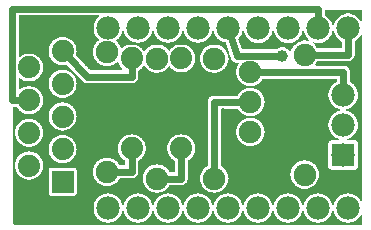
<source format=gbl>
G04 MADE WITH FRITZING*
G04 WWW.FRITZING.ORG*
G04 DOUBLE SIDED*
G04 HOLES PLATED*
G04 CONTOUR ON CENTER OF CONTOUR VECTOR*
%ASAXBY*%
%FSLAX23Y23*%
%MOIN*%
%OFA0B0*%
%SFA1.0B1.0*%
%ADD10C,0.075000*%
%ADD11C,0.039370*%
%ADD12C,0.074000*%
%ADD13C,0.078000*%
%ADD14R,0.078000X0.078000*%
%ADD15C,0.024000*%
%ADD16C,0.000100*%
%ADD17R,0.001000X0.001000*%
%LNCOPPER0*%
G90*
G70*
G54D10*
X77Y133D03*
G54D11*
X927Y593D03*
G54D12*
X194Y172D03*
X194Y281D03*
X194Y390D03*
X194Y499D03*
X194Y608D03*
X82Y227D03*
X82Y336D03*
X82Y445D03*
X82Y554D03*
G54D13*
X1146Y685D03*
X1046Y685D03*
X946Y685D03*
X846Y685D03*
X746Y685D03*
X646Y685D03*
X546Y685D03*
X446Y685D03*
X346Y685D03*
X346Y85D03*
X446Y85D03*
X546Y85D03*
X646Y85D03*
X746Y85D03*
X846Y85D03*
X946Y85D03*
X1046Y85D03*
X1146Y85D03*
G54D10*
X820Y339D03*
X820Y439D03*
X820Y539D03*
X508Y183D03*
X508Y583D03*
X342Y606D03*
X342Y206D03*
X1001Y597D03*
X1001Y197D03*
X700Y583D03*
X700Y183D03*
G54D12*
X590Y284D03*
X590Y584D03*
X425Y284D03*
X425Y584D03*
G54D13*
X1130Y262D03*
X1130Y362D03*
X1130Y462D03*
G54D14*
X1130Y262D03*
G54D15*
X1130Y539D02*
X837Y539D01*
D02*
X1130Y481D02*
X1130Y539D01*
D02*
X775Y592D02*
X752Y667D01*
D02*
X919Y593D02*
X775Y592D01*
D02*
X802Y439D02*
X700Y439D01*
D02*
X700Y439D02*
X700Y201D01*
D02*
X1146Y597D02*
X1019Y597D01*
D02*
X1146Y666D02*
X1146Y597D01*
D02*
X1046Y749D02*
X1046Y704D01*
D02*
X27Y749D02*
X1046Y749D01*
D02*
X27Y445D02*
X27Y749D01*
D02*
X62Y445D02*
X27Y445D01*
D02*
X425Y206D02*
X360Y206D01*
D02*
X425Y266D02*
X425Y206D01*
D02*
X276Y523D02*
X425Y523D01*
D02*
X425Y523D02*
X425Y566D01*
D02*
X208Y594D02*
X276Y523D01*
D02*
X590Y183D02*
X526Y183D01*
D02*
X590Y266D02*
X590Y183D01*
G54D16*
G36*
X997Y676D02*
X998Y675D01*
X998Y675D01*
X998Y674D01*
X1001Y666D01*
X1005Y658D01*
X1011Y650D01*
X1016Y646D01*
X1017Y646D01*
X1017Y645D01*
X1017Y644D01*
X1016Y643D01*
X1016Y643D01*
X1015Y642D01*
X1015Y642D01*
X1014Y642D01*
X1011Y643D01*
X1009Y643D01*
X1001Y644D01*
X1000Y644D01*
X992Y643D01*
X991Y643D01*
X983Y640D01*
X975Y636D01*
X974Y635D01*
X968Y630D01*
X967Y630D01*
X962Y623D01*
X957Y615D01*
X957Y614D01*
X955Y609D01*
X955Y609D01*
X954Y608D01*
X953Y608D01*
X952Y608D01*
X952Y608D01*
X951Y609D01*
X951Y610D01*
X947Y614D01*
X943Y617D01*
X938Y620D01*
X933Y622D01*
X931Y622D01*
X927Y622D01*
X925Y622D01*
X921Y622D01*
X920Y621D01*
X915Y620D01*
X910Y617D01*
X907Y615D01*
X907Y615D01*
X906Y614D01*
X793Y614D01*
X792Y614D01*
X792Y615D01*
X791Y616D01*
X780Y649D01*
X780Y650D01*
X780Y650D01*
X781Y651D01*
X786Y658D01*
X791Y666D01*
X791Y667D01*
X793Y675D01*
X794Y675D01*
X795Y676D01*
X795Y676D01*
X796Y676D01*
X797Y676D01*
X798Y675D01*
X798Y675D01*
X798Y674D01*
X801Y666D01*
X801Y665D01*
X805Y659D01*
X806Y657D01*
X811Y651D01*
X812Y650D01*
X818Y645D01*
X819Y644D01*
X827Y640D01*
X828Y640D01*
X836Y637D01*
X840Y636D01*
X845Y636D01*
X846Y636D01*
X851Y637D01*
X856Y637D01*
X865Y640D01*
X873Y645D01*
X874Y645D01*
X880Y650D01*
X881Y651D01*
X886Y658D01*
X891Y666D01*
X891Y667D01*
X893Y675D01*
X894Y675D01*
X895Y676D01*
X895Y676D01*
X896Y676D01*
X897Y676D01*
X898Y675D01*
X898Y675D01*
X898Y674D01*
X901Y666D01*
X905Y658D01*
X906Y657D01*
X911Y651D01*
X912Y650D01*
X918Y645D01*
X919Y644D01*
X927Y640D01*
X928Y640D01*
X936Y637D01*
X940Y636D01*
X945Y636D01*
X946Y636D01*
X951Y637D01*
X956Y637D01*
X965Y640D01*
X973Y645D01*
X974Y645D01*
X980Y650D01*
X981Y651D01*
X986Y658D01*
X991Y666D01*
X991Y667D01*
X993Y675D01*
X994Y675D01*
X995Y676D01*
X995Y676D01*
X996Y676D01*
X997Y676D01*
D02*
G37*
D02*
G36*
X997Y676D02*
X998Y675D01*
X998Y675D01*
X998Y674D01*
X1001Y666D01*
X1005Y658D01*
X1011Y650D01*
X1016Y646D01*
X1017Y646D01*
X1017Y645D01*
X1017Y644D01*
X1016Y643D01*
X1016Y643D01*
X1015Y642D01*
X1015Y642D01*
X1014Y642D01*
X1011Y643D01*
X1009Y643D01*
X1001Y644D01*
X1000Y644D01*
X992Y643D01*
X991Y643D01*
X983Y640D01*
X975Y636D01*
X974Y635D01*
X968Y630D01*
X967Y630D01*
X962Y623D01*
X957Y615D01*
X957Y614D01*
X955Y609D01*
X955Y609D01*
X954Y608D01*
X953Y608D01*
X952Y608D01*
X952Y608D01*
X951Y609D01*
X951Y610D01*
X947Y614D01*
X943Y617D01*
X938Y620D01*
X933Y622D01*
X931Y622D01*
X927Y622D01*
X925Y622D01*
X921Y622D01*
X920Y621D01*
X915Y620D01*
X910Y617D01*
X907Y615D01*
X907Y615D01*
X906Y614D01*
X793Y614D01*
X792Y614D01*
X792Y615D01*
X791Y616D01*
X780Y649D01*
X780Y650D01*
X780Y650D01*
X781Y651D01*
X786Y658D01*
X791Y666D01*
X791Y667D01*
X793Y675D01*
X794Y675D01*
X795Y676D01*
X795Y676D01*
X796Y676D01*
X797Y676D01*
X798Y675D01*
X798Y675D01*
X798Y674D01*
X801Y666D01*
X801Y665D01*
X805Y659D01*
X806Y657D01*
X811Y651D01*
X812Y650D01*
X818Y645D01*
X819Y644D01*
X827Y640D01*
X828Y640D01*
X836Y637D01*
X840Y636D01*
X845Y636D01*
X846Y636D01*
X851Y637D01*
X856Y637D01*
X865Y640D01*
X873Y645D01*
X874Y645D01*
X880Y650D01*
X881Y651D01*
X886Y658D01*
X891Y666D01*
X891Y667D01*
X893Y675D01*
X894Y675D01*
X895Y676D01*
X895Y676D01*
X896Y676D01*
X897Y676D01*
X898Y675D01*
X898Y675D01*
X898Y674D01*
X901Y666D01*
X905Y658D01*
X906Y657D01*
X911Y651D01*
X912Y650D01*
X918Y645D01*
X919Y644D01*
X927Y640D01*
X928Y640D01*
X936Y637D01*
X940Y636D01*
X945Y636D01*
X946Y636D01*
X951Y637D01*
X956Y637D01*
X965Y640D01*
X973Y645D01*
X974Y645D01*
X980Y650D01*
X981Y651D01*
X986Y658D01*
X991Y666D01*
X991Y667D01*
X993Y675D01*
X994Y675D01*
X995Y676D01*
X995Y676D01*
X996Y676D01*
X997Y676D01*
D02*
G37*
D02*
G36*
X1096Y676D02*
X1097Y676D01*
X1098Y675D01*
X1098Y674D01*
X1101Y666D01*
X1105Y658D01*
X1111Y650D01*
X1118Y645D01*
X1123Y642D01*
X1123Y642D01*
X1124Y640D01*
X1124Y621D01*
X1123Y620D01*
X1123Y619D01*
X1122Y619D01*
X1121Y619D01*
X1044Y619D01*
X1043Y619D01*
X1042Y620D01*
X1040Y623D01*
X1035Y630D01*
X1034Y631D01*
X1030Y634D01*
X1029Y635D01*
X1029Y636D01*
X1029Y636D01*
X1030Y637D01*
X1030Y638D01*
X1031Y638D01*
X1032Y638D01*
X1033Y638D01*
X1036Y637D01*
X1040Y636D01*
X1045Y636D01*
X1046Y636D01*
X1051Y637D01*
X1056Y637D01*
X1065Y640D01*
X1073Y645D01*
X1074Y645D01*
X1080Y650D01*
X1081Y651D01*
X1086Y658D01*
X1091Y666D01*
X1091Y667D01*
X1093Y675D01*
X1094Y675D01*
X1095Y676D01*
X1095Y676D01*
X1096Y676D01*
D02*
G37*
D02*
G36*
X1096Y676D02*
X1097Y676D01*
X1098Y675D01*
X1098Y674D01*
X1101Y666D01*
X1105Y658D01*
X1111Y650D01*
X1118Y645D01*
X1123Y642D01*
X1123Y642D01*
X1124Y640D01*
X1124Y621D01*
X1123Y620D01*
X1123Y619D01*
X1122Y619D01*
X1121Y619D01*
X1044Y619D01*
X1043Y619D01*
X1042Y620D01*
X1040Y623D01*
X1035Y630D01*
X1034Y631D01*
X1030Y634D01*
X1029Y635D01*
X1029Y636D01*
X1029Y636D01*
X1030Y637D01*
X1030Y638D01*
X1031Y638D01*
X1032Y638D01*
X1033Y638D01*
X1036Y637D01*
X1040Y636D01*
X1045Y636D01*
X1046Y636D01*
X1051Y637D01*
X1056Y637D01*
X1065Y640D01*
X1073Y645D01*
X1074Y645D01*
X1080Y650D01*
X1081Y651D01*
X1086Y658D01*
X1091Y666D01*
X1091Y667D01*
X1093Y675D01*
X1094Y675D01*
X1095Y676D01*
X1095Y676D01*
X1096Y676D01*
D02*
G37*
D02*
G36*
X1190Y747D02*
X1192Y747D01*
X1192Y746D01*
X1192Y746D01*
X1193Y745D01*
X1193Y710D01*
X1192Y709D01*
X1191Y708D01*
X1191Y708D01*
X1190Y708D01*
X1189Y708D01*
X1189Y708D01*
X1188Y709D01*
X1186Y712D01*
X1186Y713D01*
X1180Y720D01*
X1173Y726D01*
X1172Y726D01*
X1165Y730D01*
X1164Y730D01*
X1156Y733D01*
X1151Y734D01*
X1150Y734D01*
X1145Y734D01*
X1141Y734D01*
X1140Y734D01*
X1135Y733D01*
X1127Y730D01*
X1118Y726D01*
X1111Y720D01*
X1105Y713D01*
X1101Y704D01*
X1098Y696D01*
X1097Y695D01*
X1097Y695D01*
X1096Y694D01*
X1095Y695D01*
X1094Y695D01*
X1094Y696D01*
X1093Y696D01*
X1091Y704D01*
X1086Y712D01*
X1080Y720D01*
X1073Y726D01*
X1072Y726D01*
X1069Y728D01*
X1068Y729D01*
X1068Y730D01*
X1068Y745D01*
X1068Y746D01*
X1068Y747D01*
X1069Y747D01*
X1070Y747D01*
X1190Y747D01*
D02*
G37*
D02*
G36*
X1190Y747D02*
X1192Y747D01*
X1192Y746D01*
X1192Y746D01*
X1193Y745D01*
X1193Y710D01*
X1192Y709D01*
X1191Y708D01*
X1191Y708D01*
X1190Y708D01*
X1189Y708D01*
X1189Y708D01*
X1188Y709D01*
X1186Y712D01*
X1186Y713D01*
X1180Y720D01*
X1173Y726D01*
X1172Y726D01*
X1165Y730D01*
X1164Y730D01*
X1156Y733D01*
X1151Y734D01*
X1150Y734D01*
X1145Y734D01*
X1141Y734D01*
X1140Y734D01*
X1135Y733D01*
X1127Y730D01*
X1118Y726D01*
X1111Y720D01*
X1105Y713D01*
X1101Y704D01*
X1098Y696D01*
X1097Y695D01*
X1097Y695D01*
X1096Y694D01*
X1095Y695D01*
X1094Y695D01*
X1094Y696D01*
X1093Y696D01*
X1091Y704D01*
X1086Y712D01*
X1080Y720D01*
X1073Y726D01*
X1072Y726D01*
X1069Y728D01*
X1068Y729D01*
X1068Y730D01*
X1068Y745D01*
X1068Y746D01*
X1068Y747D01*
X1069Y747D01*
X1070Y747D01*
X1190Y747D01*
D02*
G37*
D02*
G54D17*
X51Y727D02*
X314Y727D01*
X50Y726D02*
X315Y726D01*
X50Y725D02*
X315Y725D01*
X50Y724D02*
X315Y724D01*
X50Y723D02*
X315Y723D01*
X50Y722D02*
X313Y722D01*
X50Y721D02*
X312Y721D01*
X50Y720D02*
X311Y720D01*
X50Y719D02*
X310Y719D01*
X50Y718D02*
X309Y718D01*
X50Y717D02*
X309Y717D01*
X50Y716D02*
X308Y716D01*
X50Y715D02*
X307Y715D01*
X50Y714D02*
X306Y714D01*
X50Y713D02*
X305Y713D01*
X50Y712D02*
X305Y712D01*
X50Y711D02*
X304Y711D01*
X50Y710D02*
X304Y710D01*
X50Y709D02*
X303Y709D01*
X50Y708D02*
X303Y708D01*
X50Y707D02*
X302Y707D01*
X50Y706D02*
X302Y706D01*
X50Y705D02*
X301Y705D01*
X50Y704D02*
X301Y704D01*
X50Y703D02*
X300Y703D01*
X50Y702D02*
X300Y702D01*
X50Y701D02*
X300Y701D01*
X50Y700D02*
X299Y700D01*
X50Y699D02*
X299Y699D01*
X50Y698D02*
X299Y698D01*
X50Y697D02*
X298Y697D01*
X50Y696D02*
X298Y696D01*
X50Y695D02*
X298Y695D01*
X50Y694D02*
X297Y694D01*
X50Y693D02*
X297Y693D01*
X50Y692D02*
X297Y692D01*
X50Y691D02*
X297Y691D01*
X50Y690D02*
X297Y690D01*
X50Y689D02*
X297Y689D01*
X50Y688D02*
X297Y688D01*
X50Y687D02*
X297Y687D01*
X50Y686D02*
X297Y686D01*
X50Y685D02*
X297Y685D01*
X50Y684D02*
X297Y684D01*
X50Y683D02*
X297Y683D01*
X50Y682D02*
X297Y682D01*
X50Y681D02*
X297Y681D01*
X50Y680D02*
X297Y680D01*
X50Y679D02*
X297Y679D01*
X50Y678D02*
X297Y678D01*
X50Y677D02*
X297Y677D01*
X50Y676D02*
X298Y676D01*
X396Y676D02*
X396Y676D01*
X496Y676D02*
X496Y676D01*
X596Y676D02*
X596Y676D01*
X696Y676D02*
X696Y676D01*
X50Y675D02*
X298Y675D01*
X394Y675D02*
X398Y675D01*
X494Y675D02*
X498Y675D01*
X594Y675D02*
X597Y675D01*
X694Y675D02*
X697Y675D01*
X50Y674D02*
X298Y674D01*
X394Y674D02*
X398Y674D01*
X494Y674D02*
X498Y674D01*
X594Y674D02*
X598Y674D01*
X694Y674D02*
X698Y674D01*
X50Y673D02*
X298Y673D01*
X394Y673D02*
X398Y673D01*
X494Y673D02*
X498Y673D01*
X594Y673D02*
X598Y673D01*
X694Y673D02*
X698Y673D01*
X50Y672D02*
X299Y672D01*
X393Y672D02*
X399Y672D01*
X493Y672D02*
X499Y672D01*
X593Y672D02*
X599Y672D01*
X693Y672D02*
X699Y672D01*
X50Y671D02*
X299Y671D01*
X393Y671D02*
X399Y671D01*
X493Y671D02*
X499Y671D01*
X593Y671D02*
X599Y671D01*
X693Y671D02*
X699Y671D01*
X50Y670D02*
X299Y670D01*
X393Y670D02*
X399Y670D01*
X493Y670D02*
X499Y670D01*
X593Y670D02*
X599Y670D01*
X693Y670D02*
X699Y670D01*
X50Y669D02*
X300Y669D01*
X392Y669D02*
X400Y669D01*
X492Y669D02*
X500Y669D01*
X592Y669D02*
X600Y669D01*
X692Y669D02*
X700Y669D01*
X50Y668D02*
X300Y668D01*
X392Y668D02*
X400Y668D01*
X492Y668D02*
X500Y668D01*
X592Y668D02*
X600Y668D01*
X692Y668D02*
X700Y668D01*
X50Y667D02*
X300Y667D01*
X392Y667D02*
X400Y667D01*
X492Y667D02*
X500Y667D01*
X592Y667D02*
X600Y667D01*
X692Y667D02*
X700Y667D01*
X50Y666D02*
X301Y666D01*
X391Y666D02*
X401Y666D01*
X491Y666D02*
X501Y666D01*
X591Y666D02*
X601Y666D01*
X691Y666D02*
X701Y666D01*
X50Y665D02*
X301Y665D01*
X391Y665D02*
X401Y665D01*
X491Y665D02*
X501Y665D01*
X591Y665D02*
X601Y665D01*
X691Y665D02*
X701Y665D01*
X50Y664D02*
X302Y664D01*
X390Y664D02*
X402Y664D01*
X490Y664D02*
X502Y664D01*
X590Y664D02*
X602Y664D01*
X690Y664D02*
X702Y664D01*
X50Y663D02*
X302Y663D01*
X390Y663D02*
X402Y663D01*
X490Y663D02*
X502Y663D01*
X590Y663D02*
X602Y663D01*
X690Y663D02*
X702Y663D01*
X50Y662D02*
X303Y662D01*
X389Y662D02*
X403Y662D01*
X489Y662D02*
X503Y662D01*
X589Y662D02*
X603Y662D01*
X689Y662D02*
X703Y662D01*
X1189Y662D02*
X1191Y662D01*
X50Y661D02*
X303Y661D01*
X389Y661D02*
X403Y661D01*
X489Y661D02*
X503Y661D01*
X589Y661D02*
X603Y661D01*
X689Y661D02*
X703Y661D01*
X1188Y661D02*
X1192Y661D01*
X50Y660D02*
X304Y660D01*
X388Y660D02*
X404Y660D01*
X488Y660D02*
X504Y660D01*
X588Y660D02*
X604Y660D01*
X688Y660D02*
X704Y660D01*
X1188Y660D02*
X1192Y660D01*
X50Y659D02*
X304Y659D01*
X388Y659D02*
X404Y659D01*
X488Y659D02*
X504Y659D01*
X588Y659D02*
X604Y659D01*
X687Y659D02*
X704Y659D01*
X1187Y659D02*
X1192Y659D01*
X50Y658D02*
X305Y658D01*
X387Y658D02*
X405Y658D01*
X487Y658D02*
X505Y658D01*
X587Y658D02*
X605Y658D01*
X687Y658D02*
X705Y658D01*
X1187Y658D02*
X1192Y658D01*
X50Y657D02*
X306Y657D01*
X386Y657D02*
X406Y657D01*
X486Y657D02*
X506Y657D01*
X586Y657D02*
X606Y657D01*
X686Y657D02*
X706Y657D01*
X1186Y657D02*
X1192Y657D01*
X50Y656D02*
X307Y656D01*
X386Y656D02*
X406Y656D01*
X485Y656D02*
X506Y656D01*
X585Y656D02*
X606Y656D01*
X685Y656D02*
X706Y656D01*
X1185Y656D02*
X1192Y656D01*
X50Y655D02*
X189Y655D01*
X200Y655D02*
X307Y655D01*
X385Y655D02*
X407Y655D01*
X485Y655D02*
X507Y655D01*
X585Y655D02*
X607Y655D01*
X685Y655D02*
X707Y655D01*
X1184Y655D02*
X1192Y655D01*
X50Y654D02*
X183Y654D01*
X206Y654D02*
X308Y654D01*
X384Y654D02*
X408Y654D01*
X484Y654D02*
X508Y654D01*
X584Y654D02*
X608Y654D01*
X684Y654D02*
X708Y654D01*
X1183Y654D02*
X1192Y654D01*
X50Y653D02*
X179Y653D01*
X209Y653D02*
X309Y653D01*
X383Y653D02*
X409Y653D01*
X483Y653D02*
X509Y653D01*
X583Y653D02*
X609Y653D01*
X683Y653D02*
X709Y653D01*
X1183Y653D02*
X1192Y653D01*
X50Y652D02*
X176Y652D01*
X212Y652D02*
X310Y652D01*
X382Y652D02*
X410Y652D01*
X482Y652D02*
X510Y652D01*
X582Y652D02*
X610Y652D01*
X682Y652D02*
X710Y652D01*
X1182Y652D02*
X1192Y652D01*
X50Y651D02*
X174Y651D01*
X214Y651D02*
X311Y651D01*
X382Y651D02*
X411Y651D01*
X481Y651D02*
X510Y651D01*
X581Y651D02*
X610Y651D01*
X681Y651D02*
X710Y651D01*
X1181Y651D02*
X1192Y651D01*
X50Y650D02*
X172Y650D01*
X216Y650D02*
X312Y650D01*
X380Y650D02*
X412Y650D01*
X480Y650D02*
X512Y650D01*
X580Y650D02*
X611Y650D01*
X680Y650D02*
X711Y650D01*
X1180Y650D02*
X1192Y650D01*
X50Y649D02*
X170Y649D01*
X218Y649D02*
X313Y649D01*
X379Y649D02*
X413Y649D01*
X479Y649D02*
X513Y649D01*
X579Y649D02*
X613Y649D01*
X679Y649D02*
X713Y649D01*
X1179Y649D02*
X1192Y649D01*
X50Y648D02*
X169Y648D01*
X220Y648D02*
X314Y648D01*
X378Y648D02*
X414Y648D01*
X478Y648D02*
X514Y648D01*
X578Y648D02*
X614Y648D01*
X678Y648D02*
X714Y648D01*
X1178Y648D02*
X1192Y648D01*
X50Y647D02*
X167Y647D01*
X221Y647D02*
X315Y647D01*
X377Y647D02*
X415Y647D01*
X477Y647D02*
X515Y647D01*
X577Y647D02*
X615Y647D01*
X677Y647D02*
X715Y647D01*
X1176Y647D02*
X1192Y647D01*
X50Y646D02*
X166Y646D01*
X223Y646D02*
X315Y646D01*
X376Y646D02*
X417Y646D01*
X475Y646D02*
X517Y646D01*
X575Y646D02*
X616Y646D01*
X675Y646D02*
X716Y646D01*
X1175Y646D02*
X1192Y646D01*
X50Y645D02*
X164Y645D01*
X224Y645D02*
X315Y645D01*
X374Y645D02*
X418Y645D01*
X474Y645D02*
X518Y645D01*
X574Y645D02*
X618Y645D01*
X674Y645D02*
X718Y645D01*
X1174Y645D02*
X1192Y645D01*
X50Y644D02*
X163Y644D01*
X225Y644D02*
X314Y644D01*
X374Y644D02*
X419Y644D01*
X472Y644D02*
X519Y644D01*
X572Y644D02*
X619Y644D01*
X672Y644D02*
X719Y644D01*
X1172Y644D02*
X1192Y644D01*
X50Y643D02*
X162Y643D01*
X226Y643D02*
X313Y643D01*
X374Y643D02*
X421Y643D01*
X471Y643D02*
X521Y643D01*
X570Y643D02*
X621Y643D01*
X670Y643D02*
X721Y643D01*
X1170Y643D02*
X1192Y643D01*
X50Y642D02*
X161Y642D01*
X228Y642D02*
X312Y642D01*
X374Y642D02*
X423Y642D01*
X469Y642D02*
X523Y642D01*
X569Y642D02*
X623Y642D01*
X669Y642D02*
X723Y642D01*
X1169Y642D02*
X1192Y642D01*
X50Y641D02*
X160Y641D01*
X229Y641D02*
X310Y641D01*
X375Y641D02*
X425Y641D01*
X467Y641D02*
X525Y641D01*
X567Y641D02*
X625Y641D01*
X667Y641D02*
X725Y641D01*
X1168Y641D02*
X1192Y641D01*
X50Y640D02*
X159Y640D01*
X229Y640D02*
X309Y640D01*
X376Y640D02*
X427Y640D01*
X465Y640D02*
X527Y640D01*
X565Y640D02*
X627Y640D01*
X664Y640D02*
X727Y640D01*
X1168Y640D02*
X1192Y640D01*
X50Y639D02*
X158Y639D01*
X230Y639D02*
X308Y639D01*
X377Y639D02*
X430Y639D01*
X461Y639D02*
X530Y639D01*
X561Y639D02*
X630Y639D01*
X661Y639D02*
X730Y639D01*
X1168Y639D02*
X1192Y639D01*
X50Y638D02*
X157Y638D01*
X231Y638D02*
X307Y638D01*
X378Y638D02*
X434Y638D01*
X458Y638D02*
X534Y638D01*
X558Y638D02*
X634Y638D01*
X658Y638D02*
X733Y638D01*
X1168Y638D02*
X1192Y638D01*
X50Y637D02*
X157Y637D01*
X232Y637D02*
X306Y637D01*
X379Y637D02*
X438Y637D01*
X454Y637D02*
X538Y637D01*
X554Y637D02*
X638Y637D01*
X654Y637D02*
X737Y637D01*
X1168Y637D02*
X1192Y637D01*
X50Y636D02*
X156Y636D01*
X233Y636D02*
X306Y636D01*
X379Y636D02*
X738Y636D01*
X1168Y636D02*
X1192Y636D01*
X50Y635D02*
X155Y635D01*
X233Y635D02*
X305Y635D01*
X380Y635D02*
X738Y635D01*
X1168Y635D02*
X1192Y635D01*
X50Y634D02*
X154Y634D01*
X234Y634D02*
X304Y634D01*
X381Y634D02*
X739Y634D01*
X1168Y634D02*
X1192Y634D01*
X50Y633D02*
X154Y633D01*
X235Y633D02*
X303Y633D01*
X382Y633D02*
X739Y633D01*
X1168Y633D02*
X1192Y633D01*
X50Y632D02*
X153Y632D01*
X235Y632D02*
X303Y632D01*
X382Y632D02*
X739Y632D01*
X1168Y632D02*
X1192Y632D01*
X50Y631D02*
X153Y631D01*
X236Y631D02*
X302Y631D01*
X383Y631D02*
X424Y631D01*
X426Y631D02*
X507Y631D01*
X510Y631D02*
X589Y631D01*
X591Y631D02*
X698Y631D01*
X701Y631D02*
X740Y631D01*
X1168Y631D02*
X1192Y631D01*
X50Y630D02*
X152Y630D01*
X236Y630D02*
X301Y630D01*
X384Y630D02*
X415Y630D01*
X435Y630D02*
X499Y630D01*
X519Y630D02*
X580Y630D01*
X600Y630D02*
X690Y630D01*
X710Y630D02*
X740Y630D01*
X1168Y630D02*
X1192Y630D01*
X50Y629D02*
X152Y629D01*
X237Y629D02*
X301Y629D01*
X384Y629D02*
X412Y629D01*
X438Y629D02*
X495Y629D01*
X522Y629D02*
X576Y629D01*
X603Y629D02*
X686Y629D01*
X713Y629D02*
X740Y629D01*
X1168Y629D02*
X1192Y629D01*
X50Y628D02*
X151Y628D01*
X237Y628D02*
X300Y628D01*
X385Y628D02*
X408Y628D01*
X441Y628D02*
X492Y628D01*
X525Y628D02*
X573Y628D01*
X606Y628D02*
X683Y628D01*
X716Y628D02*
X741Y628D01*
X1168Y628D02*
X1192Y628D01*
X50Y627D02*
X151Y627D01*
X238Y627D02*
X300Y627D01*
X385Y627D02*
X406Y627D01*
X444Y627D02*
X489Y627D01*
X528Y627D02*
X570Y627D01*
X609Y627D02*
X681Y627D01*
X719Y627D02*
X741Y627D01*
X1168Y627D02*
X1192Y627D01*
X50Y626D02*
X150Y626D01*
X238Y626D02*
X299Y626D01*
X386Y626D02*
X404Y626D01*
X446Y626D02*
X487Y626D01*
X530Y626D02*
X569Y626D01*
X611Y626D02*
X679Y626D01*
X721Y626D02*
X741Y626D01*
X1168Y626D02*
X1192Y626D01*
X50Y625D02*
X150Y625D01*
X238Y625D02*
X299Y625D01*
X386Y625D02*
X402Y625D01*
X448Y625D02*
X486Y625D01*
X532Y625D02*
X567Y625D01*
X613Y625D02*
X677Y625D01*
X723Y625D02*
X742Y625D01*
X1168Y625D02*
X1192Y625D01*
X50Y624D02*
X150Y624D01*
X239Y624D02*
X298Y624D01*
X387Y624D02*
X400Y624D01*
X450Y624D02*
X484Y624D01*
X534Y624D02*
X565Y624D01*
X615Y624D02*
X675Y624D01*
X725Y624D02*
X742Y624D01*
X1168Y624D02*
X1192Y624D01*
X50Y623D02*
X149Y623D01*
X239Y623D02*
X298Y623D01*
X387Y623D02*
X398Y623D01*
X451Y623D02*
X482Y623D01*
X535Y623D02*
X563Y623D01*
X616Y623D02*
X673Y623D01*
X727Y623D02*
X742Y623D01*
X1168Y623D02*
X1192Y623D01*
X50Y622D02*
X149Y622D01*
X239Y622D02*
X298Y622D01*
X387Y622D02*
X397Y622D01*
X453Y622D02*
X481Y622D01*
X537Y622D02*
X562Y622D01*
X618Y622D02*
X672Y622D01*
X728Y622D02*
X742Y622D01*
X1168Y622D02*
X1192Y622D01*
X50Y621D02*
X149Y621D01*
X240Y621D02*
X297Y621D01*
X388Y621D02*
X396Y621D01*
X454Y621D02*
X479Y621D01*
X538Y621D02*
X561Y621D01*
X619Y621D02*
X670Y621D01*
X729Y621D02*
X743Y621D01*
X1168Y621D02*
X1192Y621D01*
X50Y620D02*
X148Y620D01*
X240Y620D02*
X297Y620D01*
X388Y620D02*
X394Y620D01*
X455Y620D02*
X478Y620D01*
X539Y620D02*
X559Y620D01*
X620Y620D02*
X669Y620D01*
X730Y620D02*
X743Y620D01*
X1168Y620D02*
X1192Y620D01*
X50Y619D02*
X148Y619D01*
X240Y619D02*
X297Y619D01*
X388Y619D02*
X393Y619D01*
X457Y619D02*
X477Y619D01*
X541Y619D02*
X558Y619D01*
X621Y619D02*
X668Y619D01*
X732Y619D02*
X743Y619D01*
X1168Y619D02*
X1192Y619D01*
X50Y618D02*
X148Y618D01*
X241Y618D02*
X296Y618D01*
X389Y618D02*
X392Y618D01*
X458Y618D02*
X476Y618D01*
X542Y618D02*
X557Y618D01*
X623Y618D02*
X667Y618D01*
X733Y618D02*
X744Y618D01*
X1168Y618D02*
X1192Y618D01*
X50Y617D02*
X148Y617D01*
X241Y617D02*
X296Y617D01*
X390Y617D02*
X390Y617D01*
X459Y617D02*
X474Y617D01*
X543Y617D02*
X556Y617D01*
X624Y617D02*
X666Y617D01*
X734Y617D02*
X744Y617D01*
X1168Y617D02*
X1192Y617D01*
X50Y616D02*
X148Y616D01*
X241Y616D02*
X296Y616D01*
X460Y616D02*
X474Y616D01*
X544Y616D02*
X555Y616D01*
X625Y616D02*
X665Y616D01*
X735Y616D02*
X744Y616D01*
X1168Y616D02*
X1192Y616D01*
X50Y615D02*
X147Y615D01*
X241Y615D02*
X296Y615D01*
X460Y615D02*
X473Y615D01*
X545Y615D02*
X554Y615D01*
X625Y615D02*
X664Y615D01*
X736Y615D02*
X745Y615D01*
X1168Y615D02*
X1192Y615D01*
X50Y614D02*
X147Y614D01*
X241Y614D02*
X295Y614D01*
X461Y614D02*
X472Y614D01*
X545Y614D02*
X553Y614D01*
X626Y614D02*
X663Y614D01*
X737Y614D02*
X745Y614D01*
X1168Y614D02*
X1192Y614D01*
X50Y613D02*
X147Y613D01*
X241Y613D02*
X295Y613D01*
X462Y613D02*
X471Y613D01*
X546Y613D02*
X552Y613D01*
X627Y613D02*
X662Y613D01*
X737Y613D02*
X745Y613D01*
X1168Y613D02*
X1192Y613D01*
X50Y612D02*
X147Y612D01*
X241Y612D02*
X295Y612D01*
X463Y612D02*
X470Y612D01*
X547Y612D02*
X552Y612D01*
X628Y612D02*
X662Y612D01*
X738Y612D02*
X746Y612D01*
X1168Y612D02*
X1192Y612D01*
X50Y611D02*
X147Y611D01*
X241Y611D02*
X295Y611D01*
X464Y611D02*
X470Y611D01*
X548Y611D02*
X551Y611D01*
X629Y611D02*
X661Y611D01*
X739Y611D02*
X746Y611D01*
X1168Y611D02*
X1192Y611D01*
X50Y610D02*
X147Y610D01*
X242Y610D02*
X295Y610D01*
X464Y610D02*
X469Y610D01*
X629Y610D02*
X660Y610D01*
X740Y610D02*
X746Y610D01*
X1168Y610D02*
X1192Y610D01*
X50Y609D02*
X147Y609D01*
X242Y609D02*
X295Y609D01*
X465Y609D02*
X468Y609D01*
X630Y609D02*
X659Y609D01*
X740Y609D02*
X747Y609D01*
X1168Y609D02*
X1192Y609D01*
X50Y608D02*
X147Y608D01*
X242Y608D02*
X295Y608D01*
X466Y608D02*
X467Y608D01*
X630Y608D02*
X659Y608D01*
X741Y608D02*
X747Y608D01*
X1168Y608D02*
X1192Y608D01*
X50Y607D02*
X147Y607D01*
X242Y607D02*
X295Y607D01*
X631Y607D02*
X658Y607D01*
X741Y607D02*
X747Y607D01*
X1168Y607D02*
X1192Y607D01*
X50Y606D02*
X147Y606D01*
X241Y606D02*
X295Y606D01*
X631Y606D02*
X658Y606D01*
X742Y606D02*
X748Y606D01*
X1168Y606D02*
X1192Y606D01*
X50Y605D02*
X147Y605D01*
X241Y605D02*
X295Y605D01*
X632Y605D02*
X657Y605D01*
X742Y605D02*
X748Y605D01*
X1168Y605D02*
X1192Y605D01*
X50Y604D02*
X147Y604D01*
X241Y604D02*
X295Y604D01*
X632Y604D02*
X657Y604D01*
X743Y604D02*
X748Y604D01*
X1168Y604D02*
X1192Y604D01*
X50Y603D02*
X147Y603D01*
X241Y603D02*
X295Y603D01*
X633Y603D02*
X656Y603D01*
X743Y603D02*
X749Y603D01*
X1168Y603D02*
X1192Y603D01*
X50Y602D02*
X147Y602D01*
X241Y602D02*
X295Y602D01*
X633Y602D02*
X656Y602D01*
X744Y602D02*
X749Y602D01*
X1168Y602D02*
X1192Y602D01*
X50Y601D02*
X148Y601D01*
X241Y601D02*
X295Y601D01*
X634Y601D02*
X655Y601D01*
X744Y601D02*
X749Y601D01*
X1168Y601D02*
X1192Y601D01*
X50Y600D02*
X74Y600D01*
X91Y600D02*
X148Y600D01*
X241Y600D02*
X295Y600D01*
X634Y600D02*
X655Y600D01*
X745Y600D02*
X750Y600D01*
X1168Y600D02*
X1192Y600D01*
X50Y599D02*
X70Y599D01*
X95Y599D02*
X148Y599D01*
X241Y599D02*
X295Y599D01*
X634Y599D02*
X655Y599D01*
X745Y599D02*
X750Y599D01*
X1168Y599D02*
X1192Y599D01*
X50Y598D02*
X67Y598D01*
X98Y598D02*
X148Y598D01*
X240Y598D02*
X295Y598D01*
X635Y598D02*
X654Y598D01*
X745Y598D02*
X750Y598D01*
X1168Y598D02*
X1192Y598D01*
X50Y597D02*
X64Y597D01*
X101Y597D02*
X148Y597D01*
X240Y597D02*
X295Y597D01*
X635Y597D02*
X654Y597D01*
X745Y597D02*
X750Y597D01*
X1168Y597D02*
X1192Y597D01*
X50Y596D02*
X62Y596D01*
X103Y596D02*
X149Y596D01*
X240Y596D02*
X296Y596D01*
X635Y596D02*
X654Y596D01*
X746Y596D02*
X751Y596D01*
X1168Y596D02*
X1192Y596D01*
X50Y595D02*
X60Y595D01*
X105Y595D02*
X149Y595D01*
X240Y595D02*
X296Y595D01*
X636Y595D02*
X653Y595D01*
X746Y595D02*
X751Y595D01*
X1168Y595D02*
X1192Y595D01*
X50Y594D02*
X58Y594D01*
X107Y594D02*
X149Y594D01*
X240Y594D02*
X296Y594D01*
X636Y594D02*
X653Y594D01*
X746Y594D02*
X751Y594D01*
X1168Y594D02*
X1192Y594D01*
X50Y593D02*
X56Y593D01*
X109Y593D02*
X150Y593D01*
X240Y593D02*
X297Y593D01*
X636Y593D02*
X653Y593D01*
X747Y593D02*
X752Y593D01*
X1168Y593D02*
X1192Y593D01*
X50Y592D02*
X55Y592D01*
X110Y592D02*
X150Y592D01*
X241Y592D02*
X297Y592D01*
X636Y592D02*
X653Y592D01*
X747Y592D02*
X752Y592D01*
X1167Y592D02*
X1192Y592D01*
X50Y591D02*
X54Y591D01*
X111Y591D02*
X150Y591D01*
X242Y591D02*
X297Y591D01*
X636Y591D02*
X653Y591D01*
X747Y591D02*
X752Y591D01*
X1167Y591D02*
X1192Y591D01*
X52Y590D02*
X52Y590D01*
X113Y590D02*
X151Y590D01*
X243Y590D02*
X298Y590D01*
X637Y590D02*
X652Y590D01*
X747Y590D02*
X753Y590D01*
X1167Y590D02*
X1192Y590D01*
X114Y589D02*
X151Y589D01*
X244Y589D02*
X298Y589D01*
X637Y589D02*
X652Y589D01*
X747Y589D02*
X753Y589D01*
X1167Y589D02*
X1192Y589D01*
X115Y588D02*
X152Y588D01*
X245Y588D02*
X298Y588D01*
X637Y588D02*
X652Y588D01*
X747Y588D02*
X753Y588D01*
X1166Y588D02*
X1192Y588D01*
X116Y587D02*
X152Y587D01*
X246Y587D02*
X299Y587D01*
X637Y587D02*
X652Y587D01*
X747Y587D02*
X754Y587D01*
X1166Y587D02*
X1192Y587D01*
X117Y586D02*
X153Y586D01*
X247Y586D02*
X299Y586D01*
X637Y586D02*
X652Y586D01*
X748Y586D02*
X754Y586D01*
X1165Y586D02*
X1192Y586D01*
X118Y585D02*
X153Y585D01*
X248Y585D02*
X300Y585D01*
X637Y585D02*
X652Y585D01*
X748Y585D02*
X754Y585D01*
X1165Y585D02*
X1192Y585D01*
X119Y584D02*
X154Y584D01*
X249Y584D02*
X300Y584D01*
X637Y584D02*
X652Y584D01*
X748Y584D02*
X755Y584D01*
X1164Y584D02*
X1192Y584D01*
X120Y583D02*
X155Y583D01*
X250Y583D02*
X301Y583D01*
X637Y583D02*
X652Y583D01*
X748Y583D02*
X755Y583D01*
X1163Y583D02*
X1192Y583D01*
X120Y582D02*
X155Y582D01*
X251Y582D02*
X301Y582D01*
X637Y582D02*
X652Y582D01*
X748Y582D02*
X756Y582D01*
X1162Y582D02*
X1192Y582D01*
X121Y581D02*
X156Y581D01*
X252Y581D02*
X302Y581D01*
X637Y581D02*
X652Y581D01*
X748Y581D02*
X756Y581D01*
X1161Y581D02*
X1192Y581D01*
X122Y580D02*
X157Y580D01*
X253Y580D02*
X302Y580D01*
X637Y580D02*
X652Y580D01*
X747Y580D02*
X757Y580D01*
X1160Y580D02*
X1192Y580D01*
X122Y579D02*
X158Y579D01*
X254Y579D02*
X303Y579D01*
X637Y579D02*
X652Y579D01*
X747Y579D02*
X758Y579D01*
X1159Y579D02*
X1192Y579D01*
X123Y578D02*
X158Y578D01*
X255Y578D02*
X304Y578D01*
X637Y578D02*
X652Y578D01*
X747Y578D02*
X758Y578D01*
X1157Y578D02*
X1192Y578D01*
X124Y577D02*
X159Y577D01*
X256Y577D02*
X305Y577D01*
X636Y577D02*
X653Y577D01*
X747Y577D02*
X759Y577D01*
X1155Y577D02*
X1192Y577D01*
X124Y576D02*
X160Y576D01*
X257Y576D02*
X305Y576D01*
X636Y576D02*
X653Y576D01*
X747Y576D02*
X760Y576D01*
X1153Y576D02*
X1192Y576D01*
X125Y575D02*
X161Y575D01*
X258Y575D02*
X306Y575D01*
X636Y575D02*
X653Y575D01*
X747Y575D02*
X761Y575D01*
X1144Y575D02*
X1192Y575D01*
X125Y574D02*
X162Y574D01*
X259Y574D02*
X307Y574D01*
X636Y574D02*
X653Y574D01*
X747Y574D02*
X763Y574D01*
X1043Y574D02*
X1192Y574D01*
X126Y573D02*
X163Y573D01*
X260Y573D02*
X308Y573D01*
X636Y573D02*
X653Y573D01*
X746Y573D02*
X764Y573D01*
X1042Y573D02*
X1192Y573D01*
X126Y572D02*
X165Y572D01*
X261Y572D02*
X309Y572D01*
X376Y572D02*
X379Y572D01*
X635Y572D02*
X654Y572D01*
X746Y572D02*
X767Y572D01*
X1042Y572D02*
X1192Y572D01*
X126Y571D02*
X166Y571D01*
X262Y571D02*
X310Y571D01*
X375Y571D02*
X380Y571D01*
X635Y571D02*
X654Y571D01*
X746Y571D02*
X770Y571D01*
X1041Y571D02*
X1192Y571D01*
X127Y570D02*
X167Y570D01*
X263Y570D02*
X311Y570D01*
X374Y570D02*
X380Y570D01*
X635Y570D02*
X654Y570D01*
X745Y570D02*
X780Y570D01*
X1041Y570D02*
X1192Y570D01*
X127Y569D02*
X169Y569D01*
X264Y569D02*
X312Y569D01*
X373Y569D02*
X380Y569D01*
X634Y569D02*
X654Y569D01*
X745Y569D02*
X781Y569D01*
X1040Y569D02*
X1192Y569D01*
X127Y568D02*
X171Y568D01*
X264Y568D02*
X314Y568D01*
X371Y568D02*
X381Y568D01*
X634Y568D02*
X655Y568D01*
X745Y568D02*
X781Y568D01*
X1039Y568D02*
X1192Y568D01*
X128Y567D02*
X173Y567D01*
X265Y567D02*
X315Y567D01*
X370Y567D02*
X381Y567D01*
X634Y567D02*
X655Y567D01*
X744Y567D02*
X781Y567D01*
X1038Y567D02*
X1192Y567D01*
X128Y566D02*
X174Y566D01*
X266Y566D02*
X317Y566D01*
X368Y566D02*
X381Y566D01*
X633Y566D02*
X655Y566D01*
X744Y566D02*
X781Y566D01*
X1037Y566D02*
X1192Y566D01*
X128Y565D02*
X177Y565D01*
X267Y565D02*
X318Y565D01*
X367Y565D02*
X382Y565D01*
X633Y565D02*
X656Y565D01*
X744Y565D02*
X780Y565D01*
X1037Y565D02*
X1192Y565D01*
X129Y564D02*
X180Y564D01*
X268Y564D02*
X320Y564D01*
X365Y564D02*
X382Y564D01*
X632Y564D02*
X656Y564D01*
X743Y564D02*
X779Y564D01*
X1036Y564D02*
X1192Y564D01*
X129Y563D02*
X183Y563D01*
X205Y563D02*
X207Y563D01*
X269Y563D02*
X322Y563D01*
X363Y563D02*
X383Y563D01*
X632Y563D02*
X657Y563D01*
X743Y563D02*
X779Y563D01*
X1036Y563D02*
X1192Y563D01*
X129Y562D02*
X190Y562D01*
X199Y562D02*
X208Y562D01*
X270Y562D02*
X324Y562D01*
X360Y562D02*
X383Y562D01*
X631Y562D02*
X657Y562D01*
X742Y562D02*
X778Y562D01*
X1036Y562D02*
X1192Y562D01*
X129Y561D02*
X209Y561D01*
X271Y561D02*
X328Y561D01*
X357Y561D02*
X384Y561D01*
X631Y561D02*
X658Y561D01*
X742Y561D02*
X778Y561D01*
X1038Y561D02*
X1192Y561D01*
X129Y560D02*
X210Y560D01*
X272Y560D02*
X331Y560D01*
X354Y560D02*
X384Y560D01*
X466Y560D02*
X466Y560D01*
X630Y560D02*
X659Y560D01*
X741Y560D02*
X777Y560D01*
X1136Y560D02*
X1192Y560D01*
X129Y559D02*
X211Y559D01*
X273Y559D02*
X336Y559D01*
X349Y559D02*
X385Y559D01*
X465Y559D02*
X468Y559D01*
X630Y559D02*
X659Y559D01*
X741Y559D02*
X777Y559D01*
X1139Y559D02*
X1192Y559D01*
X130Y558D02*
X212Y558D01*
X274Y558D02*
X385Y558D01*
X464Y558D02*
X468Y558D01*
X629Y558D02*
X660Y558D01*
X740Y558D02*
X776Y558D01*
X1141Y558D02*
X1192Y558D01*
X130Y557D02*
X213Y557D01*
X275Y557D02*
X386Y557D01*
X463Y557D02*
X469Y557D01*
X548Y557D02*
X551Y557D01*
X628Y557D02*
X660Y557D01*
X739Y557D02*
X776Y557D01*
X1142Y557D02*
X1192Y557D01*
X130Y556D02*
X214Y556D01*
X276Y556D02*
X387Y556D01*
X463Y556D02*
X470Y556D01*
X548Y556D02*
X552Y556D01*
X628Y556D02*
X661Y556D01*
X739Y556D02*
X776Y556D01*
X1144Y556D02*
X1192Y556D01*
X130Y555D02*
X215Y555D01*
X277Y555D02*
X388Y555D01*
X462Y555D02*
X471Y555D01*
X547Y555D02*
X553Y555D01*
X627Y555D02*
X662Y555D01*
X738Y555D02*
X775Y555D01*
X1145Y555D02*
X1192Y555D01*
X130Y554D02*
X216Y554D01*
X278Y554D02*
X389Y554D01*
X461Y554D02*
X471Y554D01*
X546Y554D02*
X553Y554D01*
X626Y554D02*
X663Y554D01*
X737Y554D02*
X775Y554D01*
X1146Y554D02*
X1192Y554D01*
X130Y553D02*
X217Y553D01*
X279Y553D02*
X389Y553D01*
X460Y553D02*
X472Y553D01*
X545Y553D02*
X554Y553D01*
X625Y553D02*
X663Y553D01*
X736Y553D02*
X775Y553D01*
X1147Y553D02*
X1192Y553D01*
X130Y552D02*
X218Y552D01*
X280Y552D02*
X390Y552D01*
X459Y552D02*
X473Y552D01*
X544Y552D02*
X555Y552D01*
X624Y552D02*
X664Y552D01*
X736Y552D02*
X774Y552D01*
X1148Y552D02*
X1192Y552D01*
X130Y551D02*
X219Y551D01*
X281Y551D02*
X391Y551D01*
X459Y551D02*
X474Y551D01*
X544Y551D02*
X556Y551D01*
X623Y551D02*
X665Y551D01*
X735Y551D02*
X774Y551D01*
X1148Y551D02*
X1192Y551D01*
X130Y550D02*
X220Y550D01*
X282Y550D02*
X392Y550D01*
X457Y550D02*
X475Y550D01*
X543Y550D02*
X557Y550D01*
X622Y550D02*
X666Y550D01*
X734Y550D02*
X774Y550D01*
X1149Y550D02*
X1192Y550D01*
X129Y549D02*
X221Y549D01*
X283Y549D02*
X393Y549D01*
X456Y549D02*
X476Y549D01*
X541Y549D02*
X558Y549D01*
X621Y549D02*
X667Y549D01*
X733Y549D02*
X773Y549D01*
X1150Y549D02*
X1192Y549D01*
X129Y548D02*
X222Y548D01*
X284Y548D02*
X394Y548D01*
X455Y548D02*
X477Y548D01*
X540Y548D02*
X560Y548D01*
X620Y548D02*
X668Y548D01*
X731Y548D02*
X773Y548D01*
X1150Y548D02*
X1192Y548D01*
X129Y547D02*
X223Y547D01*
X285Y547D02*
X393Y547D01*
X454Y547D02*
X478Y547D01*
X539Y547D02*
X561Y547D01*
X619Y547D02*
X670Y547D01*
X730Y547D02*
X773Y547D01*
X1151Y547D02*
X1192Y547D01*
X129Y546D02*
X188Y546D01*
X200Y546D02*
X224Y546D01*
X286Y546D02*
X393Y546D01*
X452Y546D02*
X480Y546D01*
X538Y546D02*
X562Y546D01*
X617Y546D02*
X671Y546D01*
X729Y546D02*
X773Y546D01*
X1151Y546D02*
X1192Y546D01*
X129Y545D02*
X183Y545D01*
X206Y545D02*
X225Y545D01*
X451Y545D02*
X481Y545D01*
X536Y545D02*
X563Y545D01*
X616Y545D02*
X672Y545D01*
X728Y545D02*
X773Y545D01*
X1151Y545D02*
X1192Y545D01*
X129Y544D02*
X179Y544D01*
X209Y544D02*
X226Y544D01*
X449Y544D02*
X482Y544D01*
X535Y544D02*
X565Y544D01*
X614Y544D02*
X673Y544D01*
X726Y544D02*
X773Y544D01*
X1152Y544D02*
X1192Y544D01*
X128Y543D02*
X176Y543D01*
X212Y543D02*
X227Y543D01*
X448Y543D02*
X484Y543D01*
X533Y543D02*
X567Y543D01*
X612Y543D02*
X675Y543D01*
X724Y543D02*
X772Y543D01*
X1152Y543D02*
X1192Y543D01*
X128Y542D02*
X174Y542D01*
X214Y542D02*
X228Y542D01*
X447Y542D02*
X486Y542D01*
X531Y542D02*
X569Y542D01*
X610Y542D02*
X677Y542D01*
X722Y542D02*
X772Y542D01*
X1152Y542D02*
X1192Y542D01*
X128Y541D02*
X172Y541D01*
X216Y541D02*
X228Y541D01*
X447Y541D02*
X488Y541D01*
X529Y541D02*
X571Y541D01*
X608Y541D02*
X679Y541D01*
X721Y541D02*
X772Y541D01*
X1152Y541D02*
X1192Y541D01*
X128Y540D02*
X170Y540D01*
X218Y540D02*
X229Y540D01*
X447Y540D02*
X490Y540D01*
X527Y540D02*
X574Y540D01*
X605Y540D02*
X681Y540D01*
X718Y540D02*
X772Y540D01*
X1152Y540D02*
X1192Y540D01*
X127Y539D02*
X169Y539D01*
X220Y539D02*
X230Y539D01*
X447Y539D02*
X493Y539D01*
X524Y539D02*
X577Y539D01*
X602Y539D02*
X684Y539D01*
X715Y539D02*
X772Y539D01*
X1152Y539D02*
X1192Y539D01*
X127Y538D02*
X167Y538D01*
X222Y538D02*
X231Y538D01*
X447Y538D02*
X496Y538D01*
X521Y538D02*
X582Y538D01*
X598Y538D02*
X687Y538D01*
X712Y538D02*
X772Y538D01*
X1152Y538D02*
X1192Y538D01*
X127Y537D02*
X166Y537D01*
X223Y537D02*
X232Y537D01*
X447Y537D02*
X500Y537D01*
X517Y537D02*
X691Y537D01*
X708Y537D02*
X772Y537D01*
X1152Y537D02*
X1192Y537D01*
X126Y536D02*
X164Y536D01*
X224Y536D02*
X233Y536D01*
X447Y536D02*
X772Y536D01*
X1152Y536D02*
X1192Y536D01*
X126Y535D02*
X163Y535D01*
X225Y535D02*
X234Y535D01*
X447Y535D02*
X772Y535D01*
X1152Y535D02*
X1192Y535D01*
X125Y534D02*
X162Y534D01*
X227Y534D02*
X235Y534D01*
X447Y534D02*
X773Y534D01*
X1152Y534D02*
X1192Y534D01*
X125Y533D02*
X161Y533D01*
X228Y533D02*
X236Y533D01*
X447Y533D02*
X773Y533D01*
X1152Y533D02*
X1192Y533D01*
X124Y532D02*
X160Y532D01*
X229Y532D02*
X237Y532D01*
X447Y532D02*
X773Y532D01*
X1152Y532D02*
X1192Y532D01*
X124Y531D02*
X159Y531D01*
X229Y531D02*
X238Y531D01*
X447Y531D02*
X773Y531D01*
X1152Y531D02*
X1192Y531D01*
X123Y530D02*
X158Y530D01*
X230Y530D02*
X239Y530D01*
X447Y530D02*
X773Y530D01*
X1152Y530D02*
X1192Y530D01*
X123Y529D02*
X157Y529D01*
X231Y529D02*
X240Y529D01*
X447Y529D02*
X773Y529D01*
X1152Y529D02*
X1192Y529D01*
X122Y528D02*
X157Y528D01*
X232Y528D02*
X241Y528D01*
X447Y528D02*
X774Y528D01*
X1152Y528D02*
X1192Y528D01*
X121Y527D02*
X156Y527D01*
X233Y527D02*
X242Y527D01*
X447Y527D02*
X774Y527D01*
X1152Y527D02*
X1192Y527D01*
X121Y526D02*
X155Y526D01*
X233Y526D02*
X243Y526D01*
X447Y526D02*
X774Y526D01*
X1152Y526D02*
X1192Y526D01*
X120Y525D02*
X154Y525D01*
X234Y525D02*
X244Y525D01*
X447Y525D02*
X774Y525D01*
X1152Y525D02*
X1192Y525D01*
X119Y524D02*
X154Y524D01*
X235Y524D02*
X245Y524D01*
X447Y524D02*
X775Y524D01*
X1152Y524D02*
X1192Y524D01*
X118Y523D02*
X153Y523D01*
X235Y523D02*
X246Y523D01*
X447Y523D02*
X775Y523D01*
X1152Y523D02*
X1192Y523D01*
X117Y522D02*
X153Y522D01*
X236Y522D02*
X247Y522D01*
X447Y522D02*
X775Y522D01*
X1152Y522D02*
X1192Y522D01*
X116Y521D02*
X152Y521D01*
X236Y521D02*
X248Y521D01*
X447Y521D02*
X776Y521D01*
X1152Y521D02*
X1192Y521D01*
X115Y520D02*
X152Y520D01*
X237Y520D02*
X249Y520D01*
X447Y520D02*
X776Y520D01*
X1152Y520D02*
X1192Y520D01*
X114Y519D02*
X151Y519D01*
X237Y519D02*
X250Y519D01*
X447Y519D02*
X777Y519D01*
X1152Y519D02*
X1192Y519D01*
X113Y518D02*
X151Y518D01*
X238Y518D02*
X251Y518D01*
X447Y518D02*
X777Y518D01*
X1152Y518D02*
X1192Y518D01*
X51Y517D02*
X53Y517D01*
X112Y517D02*
X150Y517D01*
X238Y517D02*
X252Y517D01*
X446Y517D02*
X778Y517D01*
X1152Y517D02*
X1192Y517D01*
X50Y516D02*
X55Y516D01*
X110Y516D02*
X150Y516D01*
X238Y516D02*
X253Y516D01*
X446Y516D02*
X778Y516D01*
X862Y516D02*
X1106Y516D01*
X1152Y516D02*
X1192Y516D01*
X50Y515D02*
X56Y515D01*
X109Y515D02*
X150Y515D01*
X239Y515D02*
X254Y515D01*
X446Y515D02*
X779Y515D01*
X861Y515D02*
X1107Y515D01*
X1152Y515D02*
X1192Y515D01*
X50Y514D02*
X58Y514D01*
X107Y514D02*
X149Y514D01*
X239Y514D02*
X255Y514D01*
X445Y514D02*
X779Y514D01*
X861Y514D02*
X1107Y514D01*
X1152Y514D02*
X1192Y514D01*
X50Y513D02*
X60Y513D01*
X105Y513D02*
X149Y513D01*
X239Y513D02*
X256Y513D01*
X445Y513D02*
X780Y513D01*
X860Y513D02*
X1107Y513D01*
X1152Y513D02*
X1192Y513D01*
X50Y512D02*
X61Y512D01*
X103Y512D02*
X149Y512D01*
X240Y512D02*
X256Y512D01*
X444Y512D02*
X781Y512D01*
X859Y512D02*
X1107Y512D01*
X1152Y512D02*
X1192Y512D01*
X50Y511D02*
X63Y511D01*
X102Y511D02*
X148Y511D01*
X240Y511D02*
X257Y511D01*
X444Y511D02*
X781Y511D01*
X859Y511D02*
X1107Y511D01*
X1152Y511D02*
X1192Y511D01*
X50Y510D02*
X66Y510D01*
X99Y510D02*
X148Y510D01*
X240Y510D02*
X258Y510D01*
X443Y510D02*
X782Y510D01*
X858Y510D02*
X1107Y510D01*
X1152Y510D02*
X1192Y510D01*
X50Y509D02*
X69Y509D01*
X96Y509D02*
X148Y509D01*
X241Y509D02*
X259Y509D01*
X442Y509D02*
X783Y509D01*
X857Y509D02*
X1107Y509D01*
X1152Y509D02*
X1192Y509D01*
X50Y508D02*
X73Y508D01*
X92Y508D02*
X148Y508D01*
X241Y508D02*
X260Y508D01*
X441Y508D02*
X784Y508D01*
X856Y508D02*
X1107Y508D01*
X1152Y508D02*
X1192Y508D01*
X50Y507D02*
X81Y507D01*
X83Y507D02*
X148Y507D01*
X241Y507D02*
X261Y507D01*
X440Y507D02*
X785Y507D01*
X855Y507D02*
X1107Y507D01*
X1152Y507D02*
X1192Y507D01*
X50Y506D02*
X147Y506D01*
X241Y506D02*
X263Y506D01*
X439Y506D02*
X785Y506D01*
X855Y506D02*
X1107Y506D01*
X1152Y506D02*
X1192Y506D01*
X50Y505D02*
X147Y505D01*
X241Y505D02*
X264Y505D01*
X438Y505D02*
X786Y505D01*
X854Y505D02*
X1106Y505D01*
X1153Y505D02*
X1192Y505D01*
X50Y504D02*
X147Y504D01*
X241Y504D02*
X266Y504D01*
X436Y504D02*
X788Y504D01*
X852Y504D02*
X1104Y504D01*
X1155Y504D02*
X1192Y504D01*
X50Y503D02*
X147Y503D01*
X241Y503D02*
X268Y503D01*
X434Y503D02*
X789Y503D01*
X851Y503D02*
X1102Y503D01*
X1157Y503D02*
X1192Y503D01*
X50Y502D02*
X147Y502D01*
X241Y502D02*
X271Y502D01*
X431Y502D02*
X790Y502D01*
X850Y502D02*
X1101Y502D01*
X1158Y502D02*
X1192Y502D01*
X50Y501D02*
X147Y501D01*
X242Y501D02*
X791Y501D01*
X849Y501D02*
X1099Y501D01*
X1160Y501D02*
X1192Y501D01*
X50Y500D02*
X147Y500D01*
X242Y500D02*
X793Y500D01*
X847Y500D02*
X1098Y500D01*
X1161Y500D02*
X1192Y500D01*
X50Y499D02*
X147Y499D01*
X242Y499D02*
X794Y499D01*
X846Y499D02*
X1097Y499D01*
X1162Y499D02*
X1192Y499D01*
X50Y498D02*
X147Y498D01*
X242Y498D02*
X796Y498D01*
X844Y498D02*
X1096Y498D01*
X1163Y498D02*
X1192Y498D01*
X50Y497D02*
X147Y497D01*
X241Y497D02*
X798Y497D01*
X842Y497D02*
X1095Y497D01*
X1165Y497D02*
X1192Y497D01*
X50Y496D02*
X147Y496D01*
X241Y496D02*
X800Y496D01*
X840Y496D02*
X1094Y496D01*
X1165Y496D02*
X1192Y496D01*
X50Y495D02*
X147Y495D01*
X241Y495D02*
X802Y495D01*
X838Y495D02*
X1093Y495D01*
X1166Y495D02*
X1192Y495D01*
X50Y494D02*
X147Y494D01*
X241Y494D02*
X805Y494D01*
X835Y494D02*
X1092Y494D01*
X1167Y494D02*
X1192Y494D01*
X50Y493D02*
X147Y493D01*
X241Y493D02*
X808Y493D01*
X832Y493D02*
X1091Y493D01*
X1168Y493D02*
X1192Y493D01*
X50Y492D02*
X148Y492D01*
X241Y492D02*
X814Y492D01*
X826Y492D02*
X1091Y492D01*
X1169Y492D02*
X1192Y492D01*
X50Y491D02*
X74Y491D01*
X91Y491D02*
X148Y491D01*
X241Y491D02*
X1090Y491D01*
X1170Y491D02*
X1192Y491D01*
X50Y490D02*
X70Y490D01*
X95Y490D02*
X148Y490D01*
X241Y490D02*
X1089Y490D01*
X1170Y490D02*
X1192Y490D01*
X50Y489D02*
X67Y489D01*
X98Y489D02*
X148Y489D01*
X240Y489D02*
X1088Y489D01*
X1171Y489D02*
X1192Y489D01*
X50Y488D02*
X64Y488D01*
X101Y488D02*
X148Y488D01*
X240Y488D02*
X1088Y488D01*
X1171Y488D02*
X1192Y488D01*
X50Y487D02*
X62Y487D01*
X103Y487D02*
X149Y487D01*
X240Y487D02*
X1087Y487D01*
X1172Y487D02*
X1192Y487D01*
X50Y486D02*
X60Y486D01*
X105Y486D02*
X149Y486D01*
X239Y486D02*
X815Y486D01*
X825Y486D02*
X1087Y486D01*
X1173Y486D02*
X1192Y486D01*
X50Y485D02*
X58Y485D01*
X107Y485D02*
X149Y485D01*
X239Y485D02*
X809Y485D01*
X831Y485D02*
X1086Y485D01*
X1173Y485D02*
X1192Y485D01*
X50Y484D02*
X56Y484D01*
X109Y484D02*
X150Y484D01*
X239Y484D02*
X806Y484D01*
X834Y484D02*
X1086Y484D01*
X1174Y484D02*
X1192Y484D01*
X50Y483D02*
X55Y483D01*
X110Y483D02*
X150Y483D01*
X238Y483D02*
X803Y483D01*
X837Y483D02*
X1085Y483D01*
X1174Y483D02*
X1192Y483D01*
X50Y482D02*
X54Y482D01*
X111Y482D02*
X150Y482D01*
X238Y482D02*
X800Y482D01*
X840Y482D02*
X1085Y482D01*
X1175Y482D02*
X1192Y482D01*
X113Y481D02*
X151Y481D01*
X238Y481D02*
X798Y481D01*
X842Y481D02*
X1084Y481D01*
X1175Y481D02*
X1192Y481D01*
X114Y480D02*
X151Y480D01*
X237Y480D02*
X796Y480D01*
X844Y480D02*
X1084Y480D01*
X1175Y480D02*
X1192Y480D01*
X115Y479D02*
X152Y479D01*
X237Y479D02*
X794Y479D01*
X846Y479D02*
X1083Y479D01*
X1176Y479D02*
X1192Y479D01*
X116Y478D02*
X152Y478D01*
X236Y478D02*
X793Y478D01*
X847Y478D02*
X1083Y478D01*
X1176Y478D02*
X1192Y478D01*
X117Y477D02*
X153Y477D01*
X236Y477D02*
X791Y477D01*
X849Y477D02*
X1083Y477D01*
X1176Y477D02*
X1192Y477D01*
X118Y476D02*
X153Y476D01*
X235Y476D02*
X790Y476D01*
X850Y476D02*
X1082Y476D01*
X1177Y476D02*
X1192Y476D01*
X119Y475D02*
X154Y475D01*
X234Y475D02*
X789Y475D01*
X851Y475D02*
X1082Y475D01*
X1177Y475D02*
X1192Y475D01*
X120Y474D02*
X155Y474D01*
X234Y474D02*
X788Y474D01*
X852Y474D02*
X1082Y474D01*
X1177Y474D02*
X1192Y474D01*
X120Y473D02*
X155Y473D01*
X233Y473D02*
X787Y473D01*
X854Y473D02*
X1081Y473D01*
X1178Y473D02*
X1192Y473D01*
X121Y472D02*
X156Y472D01*
X232Y472D02*
X785Y472D01*
X855Y472D02*
X1081Y472D01*
X1178Y472D02*
X1192Y472D01*
X122Y471D02*
X157Y471D01*
X232Y471D02*
X785Y471D01*
X855Y471D02*
X1081Y471D01*
X1178Y471D02*
X1192Y471D01*
X122Y470D02*
X158Y470D01*
X231Y470D02*
X784Y470D01*
X856Y470D02*
X1081Y470D01*
X1178Y470D02*
X1192Y470D01*
X123Y469D02*
X158Y469D01*
X230Y469D02*
X783Y469D01*
X857Y469D02*
X1081Y469D01*
X1178Y469D02*
X1192Y469D01*
X124Y468D02*
X159Y468D01*
X229Y468D02*
X782Y468D01*
X858Y468D02*
X1081Y468D01*
X1179Y468D02*
X1192Y468D01*
X124Y467D02*
X160Y467D01*
X228Y467D02*
X781Y467D01*
X859Y467D02*
X1080Y467D01*
X1179Y467D02*
X1192Y467D01*
X125Y466D02*
X161Y466D01*
X227Y466D02*
X781Y466D01*
X859Y466D02*
X1080Y466D01*
X1179Y466D02*
X1192Y466D01*
X125Y465D02*
X162Y465D01*
X226Y465D02*
X780Y465D01*
X860Y465D02*
X1080Y465D01*
X1179Y465D02*
X1192Y465D01*
X126Y464D02*
X163Y464D01*
X225Y464D02*
X779Y464D01*
X861Y464D02*
X1080Y464D01*
X1179Y464D02*
X1192Y464D01*
X126Y463D02*
X165Y463D01*
X224Y463D02*
X779Y463D01*
X861Y463D02*
X1080Y463D01*
X1179Y463D02*
X1192Y463D01*
X126Y462D02*
X166Y462D01*
X222Y462D02*
X778Y462D01*
X862Y462D02*
X1080Y462D01*
X1179Y462D02*
X1192Y462D01*
X127Y461D02*
X167Y461D01*
X221Y461D02*
X777Y461D01*
X862Y461D02*
X1080Y461D01*
X1179Y461D02*
X1192Y461D01*
X127Y460D02*
X169Y460D01*
X220Y460D02*
X693Y460D01*
X863Y460D02*
X1080Y460D01*
X1179Y460D02*
X1192Y460D01*
X127Y459D02*
X171Y459D01*
X218Y459D02*
X690Y459D01*
X863Y459D02*
X1080Y459D01*
X1179Y459D02*
X1192Y459D01*
X128Y458D02*
X173Y458D01*
X216Y458D02*
X688Y458D01*
X864Y458D02*
X1080Y458D01*
X1179Y458D02*
X1192Y458D01*
X128Y457D02*
X175Y457D01*
X214Y457D02*
X687Y457D01*
X864Y457D02*
X1080Y457D01*
X1179Y457D02*
X1192Y457D01*
X128Y456D02*
X177Y456D01*
X211Y456D02*
X685Y456D01*
X864Y456D02*
X1081Y456D01*
X1179Y456D02*
X1192Y456D01*
X129Y455D02*
X180Y455D01*
X208Y455D02*
X684Y455D01*
X865Y455D02*
X1081Y455D01*
X1178Y455D02*
X1192Y455D01*
X129Y454D02*
X183Y454D01*
X205Y454D02*
X683Y454D01*
X865Y454D02*
X1081Y454D01*
X1178Y454D02*
X1192Y454D01*
X129Y453D02*
X190Y453D01*
X198Y453D02*
X682Y453D01*
X865Y453D02*
X1081Y453D01*
X1178Y453D02*
X1192Y453D01*
X129Y452D02*
X682Y452D01*
X866Y452D02*
X1081Y452D01*
X1178Y452D02*
X1192Y452D01*
X129Y451D02*
X681Y451D01*
X866Y451D02*
X1082Y451D01*
X1178Y451D02*
X1192Y451D01*
X129Y450D02*
X680Y450D01*
X866Y450D02*
X1082Y450D01*
X1177Y450D02*
X1192Y450D01*
X130Y449D02*
X680Y449D01*
X867Y449D02*
X1082Y449D01*
X1177Y449D02*
X1192Y449D01*
X130Y448D02*
X679Y448D01*
X867Y448D02*
X1083Y448D01*
X1177Y448D02*
X1192Y448D01*
X130Y447D02*
X679Y447D01*
X867Y447D02*
X1083Y447D01*
X1176Y447D02*
X1192Y447D01*
X130Y446D02*
X679Y446D01*
X867Y446D02*
X1083Y446D01*
X1176Y446D02*
X1192Y446D01*
X130Y445D02*
X678Y445D01*
X867Y445D02*
X1084Y445D01*
X1176Y445D02*
X1192Y445D01*
X130Y444D02*
X678Y444D01*
X867Y444D02*
X1084Y444D01*
X1175Y444D02*
X1192Y444D01*
X130Y443D02*
X678Y443D01*
X868Y443D02*
X1084Y443D01*
X1175Y443D02*
X1192Y443D01*
X130Y442D02*
X678Y442D01*
X868Y442D02*
X1085Y442D01*
X1174Y442D02*
X1192Y442D01*
X130Y441D02*
X677Y441D01*
X868Y441D02*
X1085Y441D01*
X1174Y441D02*
X1192Y441D01*
X129Y440D02*
X677Y440D01*
X868Y440D02*
X1086Y440D01*
X1173Y440D02*
X1192Y440D01*
X129Y439D02*
X677Y439D01*
X868Y439D02*
X1086Y439D01*
X1173Y439D02*
X1192Y439D01*
X129Y438D02*
X677Y438D01*
X868Y438D02*
X1087Y438D01*
X1172Y438D02*
X1192Y438D01*
X129Y437D02*
X188Y437D01*
X200Y437D02*
X677Y437D01*
X868Y437D02*
X1087Y437D01*
X1172Y437D02*
X1192Y437D01*
X129Y436D02*
X183Y436D01*
X206Y436D02*
X677Y436D01*
X868Y436D02*
X1088Y436D01*
X1171Y436D02*
X1192Y436D01*
X129Y435D02*
X179Y435D01*
X209Y435D02*
X677Y435D01*
X868Y435D02*
X1089Y435D01*
X1171Y435D02*
X1192Y435D01*
X128Y434D02*
X176Y434D01*
X212Y434D02*
X677Y434D01*
X867Y434D02*
X1089Y434D01*
X1170Y434D02*
X1192Y434D01*
X128Y433D02*
X174Y433D01*
X214Y433D02*
X677Y433D01*
X867Y433D02*
X1090Y433D01*
X1169Y433D02*
X1192Y433D01*
X128Y432D02*
X172Y432D01*
X216Y432D02*
X677Y432D01*
X867Y432D02*
X1091Y432D01*
X1168Y432D02*
X1192Y432D01*
X128Y431D02*
X170Y431D01*
X218Y431D02*
X677Y431D01*
X867Y431D02*
X1092Y431D01*
X1167Y431D02*
X1192Y431D01*
X127Y430D02*
X169Y430D01*
X220Y430D02*
X677Y430D01*
X867Y430D02*
X1093Y430D01*
X1167Y430D02*
X1192Y430D01*
X127Y429D02*
X167Y429D01*
X222Y429D02*
X677Y429D01*
X867Y429D02*
X1093Y429D01*
X1166Y429D02*
X1192Y429D01*
X127Y428D02*
X166Y428D01*
X223Y428D02*
X677Y428D01*
X866Y428D02*
X1094Y428D01*
X1165Y428D02*
X1192Y428D01*
X126Y427D02*
X164Y427D01*
X224Y427D02*
X677Y427D01*
X866Y427D02*
X1095Y427D01*
X1164Y427D02*
X1192Y427D01*
X126Y426D02*
X163Y426D01*
X225Y426D02*
X677Y426D01*
X866Y426D02*
X1096Y426D01*
X1163Y426D02*
X1192Y426D01*
X125Y425D02*
X162Y425D01*
X227Y425D02*
X677Y425D01*
X865Y425D02*
X1098Y425D01*
X1162Y425D02*
X1192Y425D01*
X125Y424D02*
X161Y424D01*
X228Y424D02*
X677Y424D01*
X865Y424D02*
X1099Y424D01*
X1160Y424D02*
X1192Y424D01*
X124Y423D02*
X160Y423D01*
X229Y423D02*
X677Y423D01*
X865Y423D02*
X1100Y423D01*
X1159Y423D02*
X1192Y423D01*
X32Y422D02*
X41Y422D01*
X124Y422D02*
X159Y422D01*
X229Y422D02*
X677Y422D01*
X865Y422D02*
X1102Y422D01*
X1158Y422D02*
X1192Y422D01*
X31Y421D02*
X42Y421D01*
X123Y421D02*
X158Y421D01*
X230Y421D02*
X677Y421D01*
X864Y421D02*
X1103Y421D01*
X1156Y421D02*
X1192Y421D01*
X31Y420D02*
X42Y420D01*
X123Y420D02*
X157Y420D01*
X231Y420D02*
X677Y420D01*
X864Y420D02*
X1105Y420D01*
X1154Y420D02*
X1192Y420D01*
X31Y419D02*
X43Y419D01*
X122Y419D02*
X157Y419D01*
X232Y419D02*
X677Y419D01*
X863Y419D02*
X1107Y419D01*
X1152Y419D02*
X1192Y419D01*
X31Y418D02*
X44Y418D01*
X121Y418D02*
X156Y418D01*
X233Y418D02*
X677Y418D01*
X863Y418D02*
X1109Y418D01*
X1150Y418D02*
X1192Y418D01*
X31Y417D02*
X45Y417D01*
X121Y417D02*
X155Y417D01*
X233Y417D02*
X677Y417D01*
X725Y417D02*
X731Y417D01*
X862Y417D02*
X1111Y417D01*
X1148Y417D02*
X1192Y417D01*
X31Y416D02*
X45Y416D01*
X120Y416D02*
X154Y416D01*
X234Y416D02*
X677Y416D01*
X723Y416D02*
X778Y416D01*
X862Y416D02*
X1114Y416D01*
X1145Y416D02*
X1192Y416D01*
X31Y415D02*
X46Y415D01*
X119Y415D02*
X154Y415D01*
X235Y415D02*
X677Y415D01*
X722Y415D02*
X779Y415D01*
X861Y415D02*
X1117Y415D01*
X1142Y415D02*
X1192Y415D01*
X31Y414D02*
X47Y414D01*
X118Y414D02*
X153Y414D01*
X235Y414D02*
X677Y414D01*
X722Y414D02*
X779Y414D01*
X861Y414D02*
X1119Y414D01*
X1140Y414D02*
X1192Y414D01*
X31Y413D02*
X48Y413D01*
X117Y413D02*
X153Y413D01*
X236Y413D02*
X677Y413D01*
X722Y413D02*
X780Y413D01*
X860Y413D02*
X1120Y413D01*
X1139Y413D02*
X1192Y413D01*
X31Y412D02*
X49Y412D01*
X116Y412D02*
X152Y412D01*
X236Y412D02*
X677Y412D01*
X722Y412D02*
X781Y412D01*
X859Y412D02*
X1120Y412D01*
X1139Y412D02*
X1192Y412D01*
X31Y411D02*
X50Y411D01*
X115Y411D02*
X152Y411D01*
X237Y411D02*
X677Y411D01*
X722Y411D02*
X781Y411D01*
X859Y411D02*
X1120Y411D01*
X1140Y411D02*
X1192Y411D01*
X31Y410D02*
X51Y410D01*
X114Y410D02*
X151Y410D01*
X237Y410D02*
X677Y410D01*
X722Y410D02*
X782Y410D01*
X858Y410D02*
X1118Y410D01*
X1141Y410D02*
X1192Y410D01*
X31Y409D02*
X52Y409D01*
X113Y409D02*
X151Y409D01*
X238Y409D02*
X677Y409D01*
X722Y409D02*
X783Y409D01*
X857Y409D02*
X1115Y409D01*
X1144Y409D02*
X1192Y409D01*
X31Y408D02*
X53Y408D01*
X112Y408D02*
X150Y408D01*
X238Y408D02*
X677Y408D01*
X722Y408D02*
X784Y408D01*
X856Y408D02*
X1112Y408D01*
X1147Y408D02*
X1192Y408D01*
X31Y407D02*
X55Y407D01*
X110Y407D02*
X150Y407D01*
X238Y407D02*
X677Y407D01*
X722Y407D02*
X785Y407D01*
X855Y407D02*
X1110Y407D01*
X1150Y407D02*
X1192Y407D01*
X31Y406D02*
X56Y406D01*
X109Y406D02*
X150Y406D01*
X239Y406D02*
X677Y406D01*
X722Y406D02*
X785Y406D01*
X855Y406D02*
X1108Y406D01*
X1151Y406D02*
X1192Y406D01*
X31Y405D02*
X58Y405D01*
X107Y405D02*
X149Y405D01*
X239Y405D02*
X677Y405D01*
X722Y405D02*
X786Y405D01*
X854Y405D02*
X1106Y405D01*
X1153Y405D02*
X1192Y405D01*
X31Y404D02*
X60Y404D01*
X105Y404D02*
X149Y404D01*
X239Y404D02*
X677Y404D01*
X722Y404D02*
X788Y404D01*
X852Y404D02*
X1104Y404D01*
X1155Y404D02*
X1192Y404D01*
X31Y403D02*
X61Y403D01*
X103Y403D02*
X149Y403D01*
X240Y403D02*
X677Y403D01*
X722Y403D02*
X789Y403D01*
X851Y403D02*
X1102Y403D01*
X1157Y403D02*
X1192Y403D01*
X31Y402D02*
X63Y402D01*
X102Y402D02*
X148Y402D01*
X240Y402D02*
X677Y402D01*
X722Y402D02*
X790Y402D01*
X850Y402D02*
X1101Y402D01*
X1158Y402D02*
X1192Y402D01*
X31Y401D02*
X66Y401D01*
X99Y401D02*
X148Y401D01*
X240Y401D02*
X677Y401D01*
X722Y401D02*
X791Y401D01*
X849Y401D02*
X1099Y401D01*
X1160Y401D02*
X1192Y401D01*
X31Y400D02*
X69Y400D01*
X96Y400D02*
X148Y400D01*
X241Y400D02*
X677Y400D01*
X722Y400D02*
X793Y400D01*
X847Y400D02*
X1098Y400D01*
X1161Y400D02*
X1192Y400D01*
X31Y399D02*
X73Y399D01*
X92Y399D02*
X148Y399D01*
X241Y399D02*
X677Y399D01*
X722Y399D02*
X794Y399D01*
X846Y399D02*
X1097Y399D01*
X1162Y399D02*
X1192Y399D01*
X31Y398D02*
X81Y398D01*
X83Y398D02*
X148Y398D01*
X241Y398D02*
X677Y398D01*
X722Y398D02*
X796Y398D01*
X844Y398D02*
X1096Y398D01*
X1164Y398D02*
X1192Y398D01*
X31Y397D02*
X147Y397D01*
X241Y397D02*
X677Y397D01*
X722Y397D02*
X798Y397D01*
X842Y397D02*
X1095Y397D01*
X1165Y397D02*
X1192Y397D01*
X31Y396D02*
X147Y396D01*
X241Y396D02*
X677Y396D01*
X722Y396D02*
X800Y396D01*
X840Y396D02*
X1094Y396D01*
X1166Y396D02*
X1192Y396D01*
X31Y395D02*
X147Y395D01*
X241Y395D02*
X677Y395D01*
X722Y395D02*
X802Y395D01*
X838Y395D02*
X1093Y395D01*
X1166Y395D02*
X1192Y395D01*
X31Y394D02*
X147Y394D01*
X241Y394D02*
X677Y394D01*
X722Y394D02*
X806Y394D01*
X835Y394D02*
X1092Y394D01*
X1167Y394D02*
X1192Y394D01*
X31Y393D02*
X147Y393D01*
X241Y393D02*
X677Y393D01*
X722Y393D02*
X809Y393D01*
X831Y393D02*
X1091Y393D01*
X1168Y393D02*
X1192Y393D01*
X31Y392D02*
X147Y392D01*
X242Y392D02*
X677Y392D01*
X722Y392D02*
X815Y392D01*
X825Y392D02*
X1090Y392D01*
X1169Y392D02*
X1192Y392D01*
X31Y391D02*
X147Y391D01*
X242Y391D02*
X677Y391D01*
X722Y391D02*
X1090Y391D01*
X1170Y391D02*
X1192Y391D01*
X31Y390D02*
X147Y390D01*
X242Y390D02*
X677Y390D01*
X722Y390D02*
X1089Y390D01*
X1170Y390D02*
X1192Y390D01*
X31Y389D02*
X147Y389D01*
X242Y389D02*
X677Y389D01*
X722Y389D02*
X1088Y389D01*
X1171Y389D02*
X1192Y389D01*
X31Y388D02*
X147Y388D01*
X241Y388D02*
X677Y388D01*
X722Y388D02*
X1088Y388D01*
X1171Y388D02*
X1192Y388D01*
X31Y387D02*
X147Y387D01*
X241Y387D02*
X677Y387D01*
X722Y387D02*
X1087Y387D01*
X1172Y387D02*
X1192Y387D01*
X31Y386D02*
X147Y386D01*
X241Y386D02*
X677Y386D01*
X722Y386D02*
X815Y386D01*
X826Y386D02*
X1087Y386D01*
X1173Y386D02*
X1192Y386D01*
X31Y385D02*
X147Y385D01*
X241Y385D02*
X677Y385D01*
X722Y385D02*
X809Y385D01*
X831Y385D02*
X1086Y385D01*
X1173Y385D02*
X1192Y385D01*
X31Y384D02*
X147Y384D01*
X241Y384D02*
X677Y384D01*
X722Y384D02*
X805Y384D01*
X835Y384D02*
X1086Y384D01*
X1174Y384D02*
X1192Y384D01*
X31Y383D02*
X80Y383D01*
X86Y383D02*
X148Y383D01*
X241Y383D02*
X677Y383D01*
X722Y383D02*
X802Y383D01*
X838Y383D02*
X1085Y383D01*
X1174Y383D02*
X1192Y383D01*
X31Y382D02*
X72Y382D01*
X93Y382D02*
X148Y382D01*
X241Y382D02*
X677Y382D01*
X722Y382D02*
X800Y382D01*
X840Y382D02*
X1085Y382D01*
X1175Y382D02*
X1192Y382D01*
X31Y381D02*
X69Y381D01*
X96Y381D02*
X148Y381D01*
X241Y381D02*
X677Y381D01*
X722Y381D02*
X798Y381D01*
X842Y381D02*
X1084Y381D01*
X1175Y381D02*
X1192Y381D01*
X31Y380D02*
X66Y380D01*
X100Y380D02*
X148Y380D01*
X240Y380D02*
X677Y380D01*
X722Y380D02*
X796Y380D01*
X844Y380D02*
X1084Y380D01*
X1175Y380D02*
X1192Y380D01*
X31Y379D02*
X63Y379D01*
X102Y379D02*
X148Y379D01*
X240Y379D02*
X677Y379D01*
X722Y379D02*
X794Y379D01*
X846Y379D02*
X1083Y379D01*
X1176Y379D02*
X1192Y379D01*
X31Y378D02*
X61Y378D01*
X104Y378D02*
X149Y378D01*
X240Y378D02*
X677Y378D01*
X722Y378D02*
X793Y378D01*
X847Y378D02*
X1083Y378D01*
X1176Y378D02*
X1192Y378D01*
X31Y377D02*
X59Y377D01*
X106Y377D02*
X149Y377D01*
X239Y377D02*
X677Y377D01*
X722Y377D02*
X791Y377D01*
X849Y377D02*
X1083Y377D01*
X1176Y377D02*
X1192Y377D01*
X31Y376D02*
X57Y376D01*
X108Y376D02*
X149Y376D01*
X239Y376D02*
X677Y376D01*
X722Y376D02*
X790Y376D01*
X850Y376D02*
X1082Y376D01*
X1177Y376D02*
X1192Y376D01*
X31Y375D02*
X56Y375D01*
X109Y375D02*
X150Y375D01*
X239Y375D02*
X677Y375D01*
X722Y375D02*
X789Y375D01*
X851Y375D02*
X1082Y375D01*
X1177Y375D02*
X1192Y375D01*
X31Y374D02*
X54Y374D01*
X111Y374D02*
X150Y374D01*
X238Y374D02*
X677Y374D01*
X722Y374D02*
X788Y374D01*
X852Y374D02*
X1082Y374D01*
X1177Y374D02*
X1192Y374D01*
X31Y373D02*
X53Y373D01*
X112Y373D02*
X150Y373D01*
X238Y373D02*
X677Y373D01*
X722Y373D02*
X786Y373D01*
X854Y373D02*
X1081Y373D01*
X1178Y373D02*
X1192Y373D01*
X31Y372D02*
X52Y372D01*
X113Y372D02*
X151Y372D01*
X238Y372D02*
X677Y372D01*
X722Y372D02*
X785Y372D01*
X855Y372D02*
X1081Y372D01*
X1178Y372D02*
X1192Y372D01*
X31Y371D02*
X51Y371D01*
X114Y371D02*
X151Y371D01*
X237Y371D02*
X677Y371D01*
X722Y371D02*
X785Y371D01*
X855Y371D02*
X1081Y371D01*
X1178Y371D02*
X1192Y371D01*
X31Y370D02*
X49Y370D01*
X116Y370D02*
X152Y370D01*
X237Y370D02*
X677Y370D01*
X722Y370D02*
X784Y370D01*
X856Y370D02*
X1081Y370D01*
X1178Y370D02*
X1192Y370D01*
X31Y369D02*
X48Y369D01*
X117Y369D02*
X152Y369D01*
X236Y369D02*
X677Y369D01*
X722Y369D02*
X783Y369D01*
X857Y369D02*
X1081Y369D01*
X1179Y369D02*
X1192Y369D01*
X31Y368D02*
X48Y368D01*
X117Y368D02*
X153Y368D01*
X236Y368D02*
X677Y368D01*
X722Y368D02*
X782Y368D01*
X858Y368D02*
X1081Y368D01*
X1179Y368D02*
X1192Y368D01*
X31Y367D02*
X47Y367D01*
X118Y367D02*
X153Y367D01*
X235Y367D02*
X677Y367D01*
X722Y367D02*
X781Y367D01*
X859Y367D02*
X1080Y367D01*
X1179Y367D02*
X1192Y367D01*
X31Y366D02*
X46Y366D01*
X119Y366D02*
X154Y366D01*
X234Y366D02*
X677Y366D01*
X722Y366D02*
X781Y366D01*
X859Y366D02*
X1080Y366D01*
X1179Y366D02*
X1192Y366D01*
X31Y365D02*
X45Y365D01*
X120Y365D02*
X155Y365D01*
X234Y365D02*
X677Y365D01*
X722Y365D02*
X780Y365D01*
X860Y365D02*
X1080Y365D01*
X1179Y365D02*
X1192Y365D01*
X31Y364D02*
X44Y364D01*
X121Y364D02*
X155Y364D01*
X233Y364D02*
X677Y364D01*
X722Y364D02*
X779Y364D01*
X861Y364D02*
X1080Y364D01*
X1179Y364D02*
X1192Y364D01*
X31Y363D02*
X43Y363D01*
X121Y363D02*
X156Y363D01*
X232Y363D02*
X677Y363D01*
X722Y363D02*
X779Y363D01*
X861Y363D02*
X1080Y363D01*
X1179Y363D02*
X1192Y363D01*
X31Y362D02*
X43Y362D01*
X122Y362D02*
X157Y362D01*
X232Y362D02*
X677Y362D01*
X722Y362D02*
X778Y362D01*
X862Y362D02*
X1080Y362D01*
X1179Y362D02*
X1192Y362D01*
X31Y361D02*
X42Y361D01*
X123Y361D02*
X158Y361D01*
X231Y361D02*
X677Y361D01*
X722Y361D02*
X778Y361D01*
X862Y361D02*
X1080Y361D01*
X1179Y361D02*
X1192Y361D01*
X31Y360D02*
X42Y360D01*
X123Y360D02*
X158Y360D01*
X230Y360D02*
X677Y360D01*
X722Y360D02*
X777Y360D01*
X863Y360D02*
X1080Y360D01*
X1179Y360D02*
X1192Y360D01*
X31Y359D02*
X41Y359D01*
X124Y359D02*
X159Y359D01*
X229Y359D02*
X677Y359D01*
X722Y359D02*
X777Y359D01*
X863Y359D02*
X1080Y359D01*
X1179Y359D02*
X1192Y359D01*
X31Y358D02*
X41Y358D01*
X124Y358D02*
X160Y358D01*
X228Y358D02*
X677Y358D01*
X722Y358D02*
X776Y358D01*
X864Y358D02*
X1080Y358D01*
X1179Y358D02*
X1192Y358D01*
X31Y357D02*
X40Y357D01*
X125Y357D02*
X161Y357D01*
X227Y357D02*
X677Y357D01*
X722Y357D02*
X776Y357D01*
X864Y357D02*
X1080Y357D01*
X1179Y357D02*
X1192Y357D01*
X31Y356D02*
X40Y356D01*
X125Y356D02*
X162Y356D01*
X226Y356D02*
X677Y356D01*
X722Y356D02*
X775Y356D01*
X865Y356D02*
X1081Y356D01*
X1179Y356D02*
X1192Y356D01*
X31Y355D02*
X39Y355D01*
X126Y355D02*
X163Y355D01*
X225Y355D02*
X677Y355D01*
X722Y355D02*
X775Y355D01*
X865Y355D02*
X1081Y355D01*
X1178Y355D02*
X1192Y355D01*
X31Y354D02*
X39Y354D01*
X126Y354D02*
X165Y354D01*
X224Y354D02*
X677Y354D01*
X722Y354D02*
X775Y354D01*
X865Y354D02*
X1081Y354D01*
X1178Y354D02*
X1192Y354D01*
X31Y353D02*
X38Y353D01*
X127Y353D02*
X166Y353D01*
X222Y353D02*
X677Y353D01*
X722Y353D02*
X774Y353D01*
X866Y353D02*
X1081Y353D01*
X1178Y353D02*
X1192Y353D01*
X31Y352D02*
X38Y352D01*
X127Y352D02*
X167Y352D01*
X221Y352D02*
X677Y352D01*
X722Y352D02*
X774Y352D01*
X866Y352D02*
X1081Y352D01*
X1178Y352D02*
X1192Y352D01*
X31Y351D02*
X38Y351D01*
X127Y351D02*
X169Y351D01*
X220Y351D02*
X677Y351D01*
X722Y351D02*
X774Y351D01*
X866Y351D02*
X1082Y351D01*
X1178Y351D02*
X1192Y351D01*
X31Y350D02*
X37Y350D01*
X128Y350D02*
X171Y350D01*
X218Y350D02*
X677Y350D01*
X722Y350D02*
X774Y350D01*
X867Y350D02*
X1082Y350D01*
X1177Y350D02*
X1192Y350D01*
X31Y349D02*
X37Y349D01*
X128Y349D02*
X173Y349D01*
X216Y349D02*
X677Y349D01*
X722Y349D02*
X773Y349D01*
X867Y349D02*
X1082Y349D01*
X1177Y349D02*
X1192Y349D01*
X31Y348D02*
X37Y348D01*
X128Y348D02*
X175Y348D01*
X214Y348D02*
X677Y348D01*
X722Y348D02*
X773Y348D01*
X867Y348D02*
X1083Y348D01*
X1177Y348D02*
X1192Y348D01*
X31Y347D02*
X36Y347D01*
X129Y347D02*
X177Y347D01*
X211Y347D02*
X677Y347D01*
X722Y347D02*
X773Y347D01*
X867Y347D02*
X1083Y347D01*
X1176Y347D02*
X1192Y347D01*
X31Y346D02*
X36Y346D01*
X129Y346D02*
X180Y346D01*
X208Y346D02*
X677Y346D01*
X722Y346D02*
X773Y346D01*
X867Y346D02*
X1083Y346D01*
X1176Y346D02*
X1192Y346D01*
X31Y345D02*
X36Y345D01*
X129Y345D02*
X183Y345D01*
X205Y345D02*
X677Y345D01*
X722Y345D02*
X773Y345D01*
X867Y345D02*
X1084Y345D01*
X1176Y345D02*
X1192Y345D01*
X31Y344D02*
X36Y344D01*
X129Y344D02*
X190Y344D01*
X198Y344D02*
X677Y344D01*
X722Y344D02*
X773Y344D01*
X867Y344D02*
X1084Y344D01*
X1175Y344D02*
X1192Y344D01*
X31Y343D02*
X36Y343D01*
X129Y343D02*
X677Y343D01*
X722Y343D02*
X772Y343D01*
X868Y343D02*
X1084Y343D01*
X1175Y343D02*
X1192Y343D01*
X31Y342D02*
X36Y342D01*
X129Y342D02*
X677Y342D01*
X722Y342D02*
X772Y342D01*
X868Y342D02*
X1085Y342D01*
X1174Y342D02*
X1192Y342D01*
X31Y341D02*
X35Y341D01*
X129Y341D02*
X677Y341D01*
X722Y341D02*
X772Y341D01*
X868Y341D02*
X1085Y341D01*
X1174Y341D02*
X1192Y341D01*
X31Y340D02*
X35Y340D01*
X130Y340D02*
X677Y340D01*
X722Y340D02*
X772Y340D01*
X868Y340D02*
X1086Y340D01*
X1173Y340D02*
X1192Y340D01*
X31Y339D02*
X35Y339D01*
X130Y339D02*
X677Y339D01*
X722Y339D02*
X772Y339D01*
X868Y339D02*
X1086Y339D01*
X1173Y339D02*
X1192Y339D01*
X31Y338D02*
X35Y338D01*
X130Y338D02*
X677Y338D01*
X722Y338D02*
X772Y338D01*
X868Y338D02*
X1087Y338D01*
X1172Y338D02*
X1192Y338D01*
X31Y337D02*
X35Y337D01*
X130Y337D02*
X677Y337D01*
X722Y337D02*
X772Y337D01*
X868Y337D02*
X1087Y337D01*
X1172Y337D02*
X1192Y337D01*
X31Y336D02*
X35Y336D01*
X130Y336D02*
X677Y336D01*
X722Y336D02*
X772Y336D01*
X868Y336D02*
X1088Y336D01*
X1171Y336D02*
X1192Y336D01*
X31Y335D02*
X35Y335D01*
X130Y335D02*
X677Y335D01*
X722Y335D02*
X772Y335D01*
X868Y335D02*
X1089Y335D01*
X1171Y335D02*
X1192Y335D01*
X31Y334D02*
X35Y334D01*
X130Y334D02*
X677Y334D01*
X722Y334D02*
X773Y334D01*
X867Y334D02*
X1089Y334D01*
X1170Y334D02*
X1192Y334D01*
X31Y333D02*
X35Y333D01*
X130Y333D02*
X677Y333D01*
X722Y333D02*
X773Y333D01*
X867Y333D02*
X1090Y333D01*
X1169Y333D02*
X1192Y333D01*
X31Y332D02*
X35Y332D01*
X130Y332D02*
X677Y332D01*
X722Y332D02*
X773Y332D01*
X867Y332D02*
X1091Y332D01*
X1168Y332D02*
X1192Y332D01*
X31Y331D02*
X36Y331D01*
X129Y331D02*
X421Y331D01*
X428Y331D02*
X586Y331D01*
X593Y331D02*
X677Y331D01*
X722Y331D02*
X773Y331D01*
X867Y331D02*
X1092Y331D01*
X1167Y331D02*
X1192Y331D01*
X31Y330D02*
X36Y330D01*
X129Y330D02*
X414Y330D01*
X436Y330D02*
X579Y330D01*
X600Y330D02*
X677Y330D01*
X722Y330D02*
X773Y330D01*
X867Y330D02*
X1093Y330D01*
X1167Y330D02*
X1192Y330D01*
X31Y329D02*
X36Y329D01*
X129Y329D02*
X411Y329D01*
X439Y329D02*
X576Y329D01*
X604Y329D02*
X677Y329D01*
X722Y329D02*
X773Y329D01*
X867Y329D02*
X1093Y329D01*
X1166Y329D02*
X1192Y329D01*
X31Y328D02*
X36Y328D01*
X129Y328D02*
X188Y328D01*
X200Y328D02*
X408Y328D01*
X442Y328D02*
X573Y328D01*
X607Y328D02*
X677Y328D01*
X722Y328D02*
X774Y328D01*
X866Y328D02*
X1094Y328D01*
X1165Y328D02*
X1192Y328D01*
X31Y327D02*
X36Y327D01*
X129Y327D02*
X183Y327D01*
X206Y327D02*
X405Y327D01*
X444Y327D02*
X570Y327D01*
X609Y327D02*
X677Y327D01*
X722Y327D02*
X774Y327D01*
X866Y327D02*
X1095Y327D01*
X1164Y327D02*
X1192Y327D01*
X31Y326D02*
X36Y326D01*
X129Y326D02*
X179Y326D01*
X209Y326D02*
X403Y326D01*
X446Y326D02*
X568Y326D01*
X611Y326D02*
X677Y326D01*
X722Y326D02*
X774Y326D01*
X866Y326D02*
X1097Y326D01*
X1163Y326D02*
X1192Y326D01*
X31Y325D02*
X37Y325D01*
X128Y325D02*
X176Y325D01*
X212Y325D02*
X402Y325D01*
X448Y325D02*
X566Y325D01*
X613Y325D02*
X677Y325D01*
X722Y325D02*
X775Y325D01*
X865Y325D02*
X1098Y325D01*
X1161Y325D02*
X1192Y325D01*
X31Y324D02*
X37Y324D01*
X128Y324D02*
X174Y324D01*
X214Y324D02*
X400Y324D01*
X450Y324D02*
X565Y324D01*
X615Y324D02*
X677Y324D01*
X722Y324D02*
X775Y324D01*
X865Y324D02*
X1099Y324D01*
X1160Y324D02*
X1192Y324D01*
X31Y323D02*
X37Y323D01*
X128Y323D02*
X172Y323D01*
X216Y323D02*
X398Y323D01*
X452Y323D02*
X563Y323D01*
X617Y323D02*
X677Y323D01*
X722Y323D02*
X775Y323D01*
X865Y323D02*
X1100Y323D01*
X1159Y323D02*
X1192Y323D01*
X31Y322D02*
X38Y322D01*
X127Y322D02*
X170Y322D01*
X218Y322D02*
X397Y322D01*
X453Y322D02*
X561Y322D01*
X618Y322D02*
X677Y322D01*
X722Y322D02*
X775Y322D01*
X864Y322D02*
X1102Y322D01*
X1158Y322D02*
X1192Y322D01*
X31Y321D02*
X38Y321D01*
X127Y321D02*
X169Y321D01*
X220Y321D02*
X395Y321D01*
X454Y321D02*
X560Y321D01*
X619Y321D02*
X677Y321D01*
X722Y321D02*
X776Y321D01*
X864Y321D02*
X1103Y321D01*
X1156Y321D02*
X1192Y321D01*
X31Y320D02*
X38Y320D01*
X127Y320D02*
X167Y320D01*
X222Y320D02*
X394Y320D01*
X456Y320D02*
X559Y320D01*
X620Y320D02*
X677Y320D01*
X722Y320D02*
X776Y320D01*
X864Y320D02*
X1105Y320D01*
X1154Y320D02*
X1192Y320D01*
X31Y319D02*
X39Y319D01*
X126Y319D02*
X166Y319D01*
X223Y319D02*
X393Y319D01*
X457Y319D02*
X558Y319D01*
X622Y319D02*
X677Y319D01*
X722Y319D02*
X777Y319D01*
X863Y319D02*
X1107Y319D01*
X1152Y319D02*
X1192Y319D01*
X31Y318D02*
X39Y318D01*
X126Y318D02*
X164Y318D01*
X224Y318D02*
X392Y318D01*
X458Y318D02*
X557Y318D01*
X623Y318D02*
X677Y318D01*
X722Y318D02*
X777Y318D01*
X863Y318D02*
X1109Y318D01*
X1150Y318D02*
X1192Y318D01*
X31Y317D02*
X39Y317D01*
X126Y317D02*
X163Y317D01*
X225Y317D02*
X391Y317D01*
X459Y317D02*
X556Y317D01*
X624Y317D02*
X677Y317D01*
X722Y317D02*
X778Y317D01*
X862Y317D02*
X1111Y317D01*
X1148Y317D02*
X1192Y317D01*
X31Y316D02*
X40Y316D01*
X125Y316D02*
X162Y316D01*
X227Y316D02*
X390Y316D01*
X460Y316D02*
X555Y316D01*
X625Y316D02*
X677Y316D01*
X722Y316D02*
X778Y316D01*
X862Y316D02*
X1114Y316D01*
X1145Y316D02*
X1192Y316D01*
X31Y315D02*
X40Y315D01*
X124Y315D02*
X161Y315D01*
X228Y315D02*
X389Y315D01*
X461Y315D02*
X554Y315D01*
X626Y315D02*
X677Y315D01*
X722Y315D02*
X779Y315D01*
X861Y315D02*
X1115Y315D01*
X1144Y315D02*
X1192Y315D01*
X31Y314D02*
X41Y314D01*
X124Y314D02*
X160Y314D01*
X229Y314D02*
X388Y314D01*
X461Y314D02*
X553Y314D01*
X626Y314D02*
X677Y314D01*
X722Y314D02*
X779Y314D01*
X861Y314D02*
X1115Y314D01*
X1144Y314D02*
X1192Y314D01*
X31Y313D02*
X42Y313D01*
X123Y313D02*
X159Y313D01*
X229Y313D02*
X387Y313D01*
X462Y313D02*
X552Y313D01*
X627Y313D02*
X677Y313D01*
X722Y313D02*
X780Y313D01*
X860Y313D02*
X1115Y313D01*
X1144Y313D02*
X1192Y313D01*
X31Y312D02*
X42Y312D01*
X123Y312D02*
X158Y312D01*
X230Y312D02*
X387Y312D01*
X463Y312D02*
X552Y312D01*
X628Y312D02*
X677Y312D01*
X722Y312D02*
X781Y312D01*
X859Y312D02*
X1114Y312D01*
X1145Y312D02*
X1192Y312D01*
X31Y311D02*
X43Y311D01*
X122Y311D02*
X157Y311D01*
X231Y311D02*
X386Y311D01*
X464Y311D02*
X551Y311D01*
X629Y311D02*
X677Y311D01*
X722Y311D02*
X781Y311D01*
X859Y311D02*
X1088Y311D01*
X1172Y311D02*
X1192Y311D01*
X31Y310D02*
X43Y310D01*
X122Y310D02*
X157Y310D01*
X232Y310D02*
X385Y310D01*
X464Y310D02*
X550Y310D01*
X629Y310D02*
X677Y310D01*
X722Y310D02*
X782Y310D01*
X858Y310D02*
X1085Y310D01*
X1174Y310D02*
X1192Y310D01*
X31Y309D02*
X44Y309D01*
X121Y309D02*
X156Y309D01*
X233Y309D02*
X385Y309D01*
X465Y309D02*
X550Y309D01*
X630Y309D02*
X677Y309D01*
X722Y309D02*
X783Y309D01*
X857Y309D02*
X1084Y309D01*
X1176Y309D02*
X1192Y309D01*
X31Y308D02*
X45Y308D01*
X120Y308D02*
X155Y308D01*
X233Y308D02*
X384Y308D01*
X466Y308D02*
X549Y308D01*
X630Y308D02*
X677Y308D01*
X722Y308D02*
X784Y308D01*
X856Y308D02*
X1083Y308D01*
X1177Y308D02*
X1192Y308D01*
X31Y307D02*
X46Y307D01*
X119Y307D02*
X154Y307D01*
X234Y307D02*
X384Y307D01*
X466Y307D02*
X548Y307D01*
X631Y307D02*
X677Y307D01*
X722Y307D02*
X785Y307D01*
X855Y307D02*
X1082Y307D01*
X1177Y307D02*
X1192Y307D01*
X31Y306D02*
X46Y306D01*
X119Y306D02*
X154Y306D01*
X235Y306D02*
X383Y306D01*
X467Y306D02*
X548Y306D01*
X632Y306D02*
X677Y306D01*
X722Y306D02*
X785Y306D01*
X855Y306D02*
X1081Y306D01*
X1178Y306D02*
X1192Y306D01*
X31Y305D02*
X47Y305D01*
X118Y305D02*
X153Y305D01*
X235Y305D02*
X383Y305D01*
X467Y305D02*
X547Y305D01*
X632Y305D02*
X677Y305D01*
X722Y305D02*
X786Y305D01*
X854Y305D02*
X1081Y305D01*
X1178Y305D02*
X1192Y305D01*
X31Y304D02*
X48Y304D01*
X117Y304D02*
X153Y304D01*
X236Y304D02*
X382Y304D01*
X468Y304D02*
X547Y304D01*
X633Y304D02*
X677Y304D01*
X722Y304D02*
X788Y304D01*
X852Y304D02*
X1081Y304D01*
X1179Y304D02*
X1192Y304D01*
X31Y303D02*
X49Y303D01*
X116Y303D02*
X152Y303D01*
X236Y303D02*
X381Y303D01*
X468Y303D02*
X546Y303D01*
X633Y303D02*
X677Y303D01*
X722Y303D02*
X789Y303D01*
X851Y303D02*
X1080Y303D01*
X1179Y303D02*
X1192Y303D01*
X31Y302D02*
X50Y302D01*
X115Y302D02*
X152Y302D01*
X237Y302D02*
X381Y302D01*
X469Y302D02*
X546Y302D01*
X633Y302D02*
X677Y302D01*
X722Y302D02*
X790Y302D01*
X850Y302D02*
X1080Y302D01*
X1179Y302D02*
X1192Y302D01*
X31Y301D02*
X51Y301D01*
X114Y301D02*
X151Y301D01*
X237Y301D02*
X381Y301D01*
X469Y301D02*
X546Y301D01*
X634Y301D02*
X677Y301D01*
X722Y301D02*
X791Y301D01*
X849Y301D02*
X1080Y301D01*
X1179Y301D02*
X1192Y301D01*
X31Y300D02*
X53Y300D01*
X112Y300D02*
X151Y300D01*
X238Y300D02*
X380Y300D01*
X469Y300D02*
X545Y300D01*
X634Y300D02*
X677Y300D01*
X722Y300D02*
X793Y300D01*
X847Y300D02*
X1080Y300D01*
X1179Y300D02*
X1192Y300D01*
X31Y299D02*
X54Y299D01*
X111Y299D02*
X150Y299D01*
X238Y299D02*
X380Y299D01*
X470Y299D02*
X545Y299D01*
X634Y299D02*
X677Y299D01*
X722Y299D02*
X794Y299D01*
X846Y299D02*
X1080Y299D01*
X1179Y299D02*
X1192Y299D01*
X31Y298D02*
X55Y298D01*
X110Y298D02*
X150Y298D01*
X238Y298D02*
X380Y298D01*
X470Y298D02*
X545Y298D01*
X635Y298D02*
X677Y298D01*
X722Y298D02*
X796Y298D01*
X844Y298D02*
X1080Y298D01*
X1179Y298D02*
X1192Y298D01*
X31Y297D02*
X57Y297D01*
X108Y297D02*
X150Y297D01*
X239Y297D02*
X379Y297D01*
X470Y297D02*
X544Y297D01*
X635Y297D02*
X677Y297D01*
X722Y297D02*
X798Y297D01*
X842Y297D02*
X1080Y297D01*
X1179Y297D02*
X1192Y297D01*
X31Y296D02*
X58Y296D01*
X107Y296D02*
X149Y296D01*
X239Y296D02*
X379Y296D01*
X471Y296D02*
X544Y296D01*
X635Y296D02*
X677Y296D01*
X722Y296D02*
X800Y296D01*
X840Y296D02*
X1080Y296D01*
X1179Y296D02*
X1192Y296D01*
X31Y295D02*
X60Y295D01*
X105Y295D02*
X149Y295D01*
X239Y295D02*
X379Y295D01*
X471Y295D02*
X544Y295D01*
X636Y295D02*
X677Y295D01*
X722Y295D02*
X803Y295D01*
X837Y295D02*
X1080Y295D01*
X1179Y295D02*
X1192Y295D01*
X31Y294D02*
X62Y294D01*
X103Y294D02*
X149Y294D01*
X240Y294D02*
X379Y294D01*
X471Y294D02*
X543Y294D01*
X636Y294D02*
X677Y294D01*
X722Y294D02*
X806Y294D01*
X834Y294D02*
X1080Y294D01*
X1179Y294D02*
X1192Y294D01*
X31Y293D02*
X64Y293D01*
X101Y293D02*
X148Y293D01*
X240Y293D02*
X378Y293D01*
X471Y293D02*
X543Y293D01*
X636Y293D02*
X677Y293D01*
X722Y293D02*
X809Y293D01*
X831Y293D02*
X1080Y293D01*
X1179Y293D02*
X1192Y293D01*
X31Y292D02*
X67Y292D01*
X98Y292D02*
X148Y292D01*
X240Y292D02*
X378Y292D01*
X471Y292D02*
X543Y292D01*
X636Y292D02*
X677Y292D01*
X722Y292D02*
X815Y292D01*
X825Y292D02*
X1080Y292D01*
X1179Y292D02*
X1192Y292D01*
X31Y291D02*
X71Y291D01*
X94Y291D02*
X148Y291D01*
X241Y291D02*
X378Y291D01*
X472Y291D02*
X543Y291D01*
X636Y291D02*
X677Y291D01*
X722Y291D02*
X1080Y291D01*
X1179Y291D02*
X1192Y291D01*
X31Y290D02*
X76Y290D01*
X89Y290D02*
X148Y290D01*
X241Y290D02*
X378Y290D01*
X472Y290D02*
X543Y290D01*
X637Y290D02*
X677Y290D01*
X722Y290D02*
X1080Y290D01*
X1179Y290D02*
X1192Y290D01*
X31Y289D02*
X148Y289D01*
X241Y289D02*
X378Y289D01*
X472Y289D02*
X543Y289D01*
X637Y289D02*
X677Y289D01*
X722Y289D02*
X1080Y289D01*
X1179Y289D02*
X1192Y289D01*
X31Y288D02*
X147Y288D01*
X241Y288D02*
X378Y288D01*
X472Y288D02*
X543Y288D01*
X637Y288D02*
X677Y288D01*
X722Y288D02*
X1080Y288D01*
X1179Y288D02*
X1192Y288D01*
X31Y287D02*
X147Y287D01*
X241Y287D02*
X378Y287D01*
X472Y287D02*
X543Y287D01*
X637Y287D02*
X677Y287D01*
X722Y287D02*
X1080Y287D01*
X1179Y287D02*
X1192Y287D01*
X31Y286D02*
X147Y286D01*
X241Y286D02*
X378Y286D01*
X472Y286D02*
X542Y286D01*
X637Y286D02*
X677Y286D01*
X722Y286D02*
X1080Y286D01*
X1179Y286D02*
X1192Y286D01*
X31Y285D02*
X147Y285D01*
X241Y285D02*
X377Y285D01*
X472Y285D02*
X542Y285D01*
X637Y285D02*
X677Y285D01*
X722Y285D02*
X1080Y285D01*
X1179Y285D02*
X1192Y285D01*
X31Y284D02*
X147Y284D01*
X241Y284D02*
X377Y284D01*
X472Y284D02*
X542Y284D01*
X637Y284D02*
X677Y284D01*
X722Y284D02*
X1080Y284D01*
X1179Y284D02*
X1192Y284D01*
X31Y283D02*
X147Y283D01*
X242Y283D02*
X377Y283D01*
X472Y283D02*
X542Y283D01*
X637Y283D02*
X677Y283D01*
X722Y283D02*
X1080Y283D01*
X1179Y283D02*
X1192Y283D01*
X31Y282D02*
X147Y282D01*
X242Y282D02*
X378Y282D01*
X472Y282D02*
X543Y282D01*
X637Y282D02*
X677Y282D01*
X722Y282D02*
X1080Y282D01*
X1179Y282D02*
X1192Y282D01*
X31Y281D02*
X147Y281D01*
X242Y281D02*
X378Y281D01*
X472Y281D02*
X543Y281D01*
X637Y281D02*
X677Y281D01*
X722Y281D02*
X1080Y281D01*
X1179Y281D02*
X1192Y281D01*
X31Y280D02*
X147Y280D01*
X242Y280D02*
X378Y280D01*
X472Y280D02*
X543Y280D01*
X637Y280D02*
X677Y280D01*
X722Y280D02*
X1080Y280D01*
X1179Y280D02*
X1192Y280D01*
X31Y279D02*
X147Y279D01*
X241Y279D02*
X378Y279D01*
X472Y279D02*
X543Y279D01*
X637Y279D02*
X677Y279D01*
X722Y279D02*
X1080Y279D01*
X1179Y279D02*
X1192Y279D01*
X31Y278D02*
X147Y278D01*
X241Y278D02*
X378Y278D01*
X472Y278D02*
X543Y278D01*
X637Y278D02*
X677Y278D01*
X722Y278D02*
X1080Y278D01*
X1179Y278D02*
X1192Y278D01*
X31Y277D02*
X147Y277D01*
X241Y277D02*
X378Y277D01*
X472Y277D02*
X543Y277D01*
X636Y277D02*
X677Y277D01*
X722Y277D02*
X1080Y277D01*
X1179Y277D02*
X1192Y277D01*
X31Y276D02*
X147Y276D01*
X241Y276D02*
X378Y276D01*
X471Y276D02*
X543Y276D01*
X636Y276D02*
X677Y276D01*
X722Y276D02*
X1080Y276D01*
X1179Y276D02*
X1192Y276D01*
X31Y275D02*
X147Y275D01*
X241Y275D02*
X378Y275D01*
X471Y275D02*
X543Y275D01*
X636Y275D02*
X677Y275D01*
X722Y275D02*
X1080Y275D01*
X1179Y275D02*
X1192Y275D01*
X31Y274D02*
X79Y274D01*
X86Y274D02*
X148Y274D01*
X241Y274D02*
X379Y274D01*
X471Y274D02*
X544Y274D01*
X636Y274D02*
X677Y274D01*
X722Y274D02*
X1080Y274D01*
X1179Y274D02*
X1192Y274D01*
X31Y273D02*
X72Y273D01*
X93Y273D02*
X148Y273D01*
X241Y273D02*
X379Y273D01*
X471Y273D02*
X544Y273D01*
X636Y273D02*
X677Y273D01*
X722Y273D02*
X1080Y273D01*
X1179Y273D02*
X1192Y273D01*
X31Y272D02*
X69Y272D01*
X96Y272D02*
X148Y272D01*
X241Y272D02*
X379Y272D01*
X470Y272D02*
X544Y272D01*
X635Y272D02*
X677Y272D01*
X722Y272D02*
X1080Y272D01*
X1179Y272D02*
X1192Y272D01*
X31Y271D02*
X65Y271D01*
X100Y271D02*
X148Y271D01*
X240Y271D02*
X380Y271D01*
X470Y271D02*
X545Y271D01*
X635Y271D02*
X677Y271D01*
X722Y271D02*
X1080Y271D01*
X1179Y271D02*
X1192Y271D01*
X31Y270D02*
X63Y270D01*
X102Y270D02*
X148Y270D01*
X240Y270D02*
X380Y270D01*
X470Y270D02*
X545Y270D01*
X635Y270D02*
X677Y270D01*
X722Y270D02*
X1080Y270D01*
X1179Y270D02*
X1192Y270D01*
X31Y269D02*
X61Y269D01*
X104Y269D02*
X149Y269D01*
X240Y269D02*
X380Y269D01*
X469Y269D02*
X545Y269D01*
X634Y269D02*
X677Y269D01*
X722Y269D02*
X1080Y269D01*
X1179Y269D02*
X1192Y269D01*
X31Y268D02*
X59Y268D01*
X106Y268D02*
X149Y268D01*
X239Y268D02*
X381Y268D01*
X469Y268D02*
X546Y268D01*
X634Y268D02*
X677Y268D01*
X722Y268D02*
X1080Y268D01*
X1179Y268D02*
X1192Y268D01*
X31Y267D02*
X57Y267D01*
X108Y267D02*
X149Y267D01*
X239Y267D02*
X381Y267D01*
X469Y267D02*
X546Y267D01*
X634Y267D02*
X677Y267D01*
X722Y267D02*
X1080Y267D01*
X1179Y267D02*
X1192Y267D01*
X31Y266D02*
X56Y266D01*
X109Y266D02*
X150Y266D01*
X239Y266D02*
X381Y266D01*
X468Y266D02*
X546Y266D01*
X633Y266D02*
X677Y266D01*
X722Y266D02*
X1080Y266D01*
X1179Y266D02*
X1192Y266D01*
X31Y265D02*
X54Y265D01*
X111Y265D02*
X150Y265D01*
X238Y265D02*
X382Y265D01*
X468Y265D02*
X547Y265D01*
X633Y265D02*
X677Y265D01*
X722Y265D02*
X1080Y265D01*
X1179Y265D02*
X1192Y265D01*
X31Y264D02*
X53Y264D01*
X112Y264D02*
X150Y264D01*
X238Y264D02*
X382Y264D01*
X467Y264D02*
X547Y264D01*
X632Y264D02*
X677Y264D01*
X722Y264D02*
X1080Y264D01*
X1179Y264D02*
X1192Y264D01*
X31Y263D02*
X52Y263D01*
X113Y263D02*
X151Y263D01*
X238Y263D02*
X383Y263D01*
X467Y263D02*
X548Y263D01*
X632Y263D02*
X677Y263D01*
X722Y263D02*
X1080Y263D01*
X1179Y263D02*
X1192Y263D01*
X31Y262D02*
X51Y262D01*
X114Y262D02*
X151Y262D01*
X237Y262D02*
X383Y262D01*
X466Y262D02*
X548Y262D01*
X631Y262D02*
X677Y262D01*
X722Y262D02*
X1080Y262D01*
X1179Y262D02*
X1192Y262D01*
X31Y261D02*
X49Y261D01*
X116Y261D02*
X152Y261D01*
X237Y261D02*
X384Y261D01*
X466Y261D02*
X549Y261D01*
X631Y261D02*
X677Y261D01*
X722Y261D02*
X1080Y261D01*
X1179Y261D02*
X1192Y261D01*
X31Y260D02*
X48Y260D01*
X117Y260D02*
X152Y260D01*
X236Y260D02*
X384Y260D01*
X465Y260D02*
X549Y260D01*
X630Y260D02*
X677Y260D01*
X722Y260D02*
X1080Y260D01*
X1179Y260D02*
X1192Y260D01*
X31Y259D02*
X47Y259D01*
X117Y259D02*
X153Y259D01*
X236Y259D02*
X385Y259D01*
X465Y259D02*
X550Y259D01*
X630Y259D02*
X677Y259D01*
X722Y259D02*
X1080Y259D01*
X1179Y259D02*
X1192Y259D01*
X31Y258D02*
X47Y258D01*
X118Y258D02*
X153Y258D01*
X235Y258D02*
X386Y258D01*
X464Y258D02*
X551Y258D01*
X629Y258D02*
X677Y258D01*
X722Y258D02*
X1080Y258D01*
X1179Y258D02*
X1192Y258D01*
X31Y257D02*
X46Y257D01*
X119Y257D02*
X154Y257D01*
X234Y257D02*
X386Y257D01*
X463Y257D02*
X551Y257D01*
X628Y257D02*
X677Y257D01*
X722Y257D02*
X1080Y257D01*
X1179Y257D02*
X1192Y257D01*
X31Y256D02*
X45Y256D01*
X120Y256D02*
X155Y256D01*
X234Y256D02*
X387Y256D01*
X463Y256D02*
X552Y256D01*
X627Y256D02*
X677Y256D01*
X722Y256D02*
X1080Y256D01*
X1179Y256D02*
X1192Y256D01*
X31Y255D02*
X44Y255D01*
X121Y255D02*
X155Y255D01*
X233Y255D02*
X388Y255D01*
X462Y255D02*
X553Y255D01*
X627Y255D02*
X677Y255D01*
X722Y255D02*
X1080Y255D01*
X1179Y255D02*
X1192Y255D01*
X31Y254D02*
X43Y254D01*
X121Y254D02*
X156Y254D01*
X232Y254D02*
X389Y254D01*
X461Y254D02*
X554Y254D01*
X626Y254D02*
X677Y254D01*
X722Y254D02*
X1080Y254D01*
X1179Y254D02*
X1192Y254D01*
X31Y253D02*
X43Y253D01*
X122Y253D02*
X157Y253D01*
X232Y253D02*
X336Y253D01*
X349Y253D02*
X390Y253D01*
X460Y253D02*
X554Y253D01*
X625Y253D02*
X677Y253D01*
X722Y253D02*
X1080Y253D01*
X1179Y253D02*
X1192Y253D01*
X31Y252D02*
X42Y252D01*
X123Y252D02*
X158Y252D01*
X231Y252D02*
X331Y252D01*
X354Y252D02*
X390Y252D01*
X459Y252D02*
X555Y252D01*
X624Y252D02*
X677Y252D01*
X722Y252D02*
X1080Y252D01*
X1179Y252D02*
X1192Y252D01*
X31Y251D02*
X42Y251D01*
X123Y251D02*
X158Y251D01*
X230Y251D02*
X328Y251D01*
X357Y251D02*
X391Y251D01*
X458Y251D02*
X556Y251D01*
X623Y251D02*
X677Y251D01*
X722Y251D02*
X1080Y251D01*
X1179Y251D02*
X1192Y251D01*
X31Y250D02*
X41Y250D01*
X124Y250D02*
X159Y250D01*
X229Y250D02*
X325Y250D01*
X360Y250D02*
X392Y250D01*
X457Y250D02*
X557Y250D01*
X622Y250D02*
X677Y250D01*
X722Y250D02*
X1080Y250D01*
X1179Y250D02*
X1192Y250D01*
X31Y249D02*
X41Y249D01*
X124Y249D02*
X160Y249D01*
X228Y249D02*
X322Y249D01*
X363Y249D02*
X394Y249D01*
X456Y249D02*
X559Y249D01*
X621Y249D02*
X677Y249D01*
X722Y249D02*
X1080Y249D01*
X1179Y249D02*
X1192Y249D01*
X31Y248D02*
X40Y248D01*
X125Y248D02*
X161Y248D01*
X227Y248D02*
X320Y248D01*
X365Y248D02*
X395Y248D01*
X455Y248D02*
X560Y248D01*
X620Y248D02*
X677Y248D01*
X722Y248D02*
X1080Y248D01*
X1179Y248D02*
X1192Y248D01*
X31Y247D02*
X40Y247D01*
X125Y247D02*
X162Y247D01*
X226Y247D02*
X319Y247D01*
X366Y247D02*
X396Y247D01*
X453Y247D02*
X561Y247D01*
X618Y247D02*
X677Y247D01*
X722Y247D02*
X1080Y247D01*
X1179Y247D02*
X1192Y247D01*
X31Y246D02*
X39Y246D01*
X126Y246D02*
X163Y246D01*
X225Y246D02*
X317Y246D01*
X368Y246D02*
X397Y246D01*
X452Y246D02*
X562Y246D01*
X617Y246D02*
X677Y246D01*
X722Y246D02*
X1080Y246D01*
X1179Y246D02*
X1192Y246D01*
X31Y245D02*
X39Y245D01*
X126Y245D02*
X165Y245D01*
X224Y245D02*
X315Y245D01*
X370Y245D02*
X399Y245D01*
X451Y245D02*
X564Y245D01*
X616Y245D02*
X677Y245D01*
X722Y245D02*
X1080Y245D01*
X1179Y245D02*
X1192Y245D01*
X31Y244D02*
X38Y244D01*
X127Y244D02*
X166Y244D01*
X222Y244D02*
X314Y244D01*
X371Y244D02*
X401Y244D01*
X449Y244D02*
X566Y244D01*
X614Y244D02*
X677Y244D01*
X722Y244D02*
X995Y244D01*
X1007Y244D02*
X1080Y244D01*
X1179Y244D02*
X1192Y244D01*
X31Y243D02*
X38Y243D01*
X127Y243D02*
X167Y243D01*
X221Y243D02*
X313Y243D01*
X372Y243D02*
X402Y243D01*
X448Y243D02*
X567Y243D01*
X613Y243D02*
X677Y243D01*
X722Y243D02*
X989Y243D01*
X1013Y243D02*
X1080Y243D01*
X1179Y243D02*
X1192Y243D01*
X31Y242D02*
X38Y242D01*
X127Y242D02*
X169Y242D01*
X219Y242D02*
X311Y242D01*
X374Y242D02*
X402Y242D01*
X447Y242D02*
X567Y242D01*
X612Y242D02*
X677Y242D01*
X722Y242D02*
X986Y242D01*
X1016Y242D02*
X1080Y242D01*
X1179Y242D02*
X1192Y242D01*
X31Y241D02*
X37Y241D01*
X128Y241D02*
X171Y241D01*
X218Y241D02*
X310Y241D01*
X375Y241D02*
X402Y241D01*
X447Y241D02*
X567Y241D01*
X612Y241D02*
X677Y241D01*
X722Y241D02*
X983Y241D01*
X1019Y241D02*
X1080Y241D01*
X1179Y241D02*
X1192Y241D01*
X31Y240D02*
X37Y240D01*
X128Y240D02*
X173Y240D01*
X216Y240D02*
X309Y240D01*
X376Y240D02*
X402Y240D01*
X447Y240D02*
X567Y240D01*
X612Y240D02*
X677Y240D01*
X722Y240D02*
X981Y240D01*
X1021Y240D02*
X1080Y240D01*
X1179Y240D02*
X1192Y240D01*
X31Y239D02*
X37Y239D01*
X128Y239D02*
X175Y239D01*
X214Y239D02*
X308Y239D01*
X377Y239D02*
X402Y239D01*
X447Y239D02*
X567Y239D01*
X612Y239D02*
X677Y239D01*
X722Y239D02*
X979Y239D01*
X1023Y239D02*
X1080Y239D01*
X1179Y239D02*
X1192Y239D01*
X31Y238D02*
X36Y238D01*
X129Y238D02*
X177Y238D01*
X211Y238D02*
X307Y238D01*
X378Y238D02*
X402Y238D01*
X447Y238D02*
X567Y238D01*
X612Y238D02*
X677Y238D01*
X722Y238D02*
X977Y238D01*
X1025Y238D02*
X1080Y238D01*
X1179Y238D02*
X1192Y238D01*
X31Y237D02*
X36Y237D01*
X129Y237D02*
X180Y237D01*
X208Y237D02*
X306Y237D01*
X379Y237D02*
X402Y237D01*
X447Y237D02*
X567Y237D01*
X612Y237D02*
X677Y237D01*
X722Y237D02*
X975Y237D01*
X1027Y237D02*
X1080Y237D01*
X1179Y237D02*
X1192Y237D01*
X31Y236D02*
X36Y236D01*
X129Y236D02*
X183Y236D01*
X205Y236D02*
X305Y236D01*
X380Y236D02*
X402Y236D01*
X447Y236D02*
X567Y236D01*
X612Y236D02*
X677Y236D01*
X722Y236D02*
X974Y236D01*
X1029Y236D02*
X1080Y236D01*
X1179Y236D02*
X1192Y236D01*
X31Y235D02*
X36Y235D01*
X129Y235D02*
X190Y235D01*
X198Y235D02*
X305Y235D01*
X380Y235D02*
X402Y235D01*
X447Y235D02*
X567Y235D01*
X612Y235D02*
X677Y235D01*
X722Y235D02*
X972Y235D01*
X1030Y235D02*
X1080Y235D01*
X1179Y235D02*
X1192Y235D01*
X31Y234D02*
X36Y234D01*
X129Y234D02*
X304Y234D01*
X381Y234D02*
X402Y234D01*
X447Y234D02*
X567Y234D01*
X612Y234D02*
X677Y234D01*
X722Y234D02*
X971Y234D01*
X1031Y234D02*
X1080Y234D01*
X1179Y234D02*
X1192Y234D01*
X31Y233D02*
X36Y233D01*
X129Y233D02*
X303Y233D01*
X382Y233D02*
X402Y233D01*
X447Y233D02*
X567Y233D01*
X612Y233D02*
X677Y233D01*
X722Y233D02*
X970Y233D01*
X1032Y233D02*
X1080Y233D01*
X1179Y233D02*
X1192Y233D01*
X31Y232D02*
X35Y232D01*
X129Y232D02*
X302Y232D01*
X383Y232D02*
X402Y232D01*
X447Y232D02*
X567Y232D01*
X612Y232D02*
X677Y232D01*
X722Y232D02*
X969Y232D01*
X1034Y232D02*
X1080Y232D01*
X1179Y232D02*
X1192Y232D01*
X31Y231D02*
X35Y231D01*
X130Y231D02*
X302Y231D01*
X383Y231D02*
X402Y231D01*
X447Y231D02*
X504Y231D01*
X513Y231D02*
X567Y231D01*
X612Y231D02*
X677Y231D01*
X722Y231D02*
X967Y231D01*
X1035Y231D02*
X1080Y231D01*
X1179Y231D02*
X1192Y231D01*
X31Y230D02*
X35Y230D01*
X130Y230D02*
X301Y230D01*
X384Y230D02*
X402Y230D01*
X447Y230D02*
X498Y230D01*
X520Y230D02*
X567Y230D01*
X612Y230D02*
X677Y230D01*
X722Y230D02*
X966Y230D01*
X1036Y230D02*
X1080Y230D01*
X1179Y230D02*
X1192Y230D01*
X31Y229D02*
X35Y229D01*
X130Y229D02*
X301Y229D01*
X384Y229D02*
X402Y229D01*
X447Y229D02*
X494Y229D01*
X523Y229D02*
X567Y229D01*
X612Y229D02*
X677Y229D01*
X722Y229D02*
X966Y229D01*
X1037Y229D02*
X1080Y229D01*
X1179Y229D02*
X1192Y229D01*
X31Y228D02*
X35Y228D01*
X130Y228D02*
X300Y228D01*
X447Y228D02*
X491Y228D01*
X526Y228D02*
X567Y228D01*
X612Y228D02*
X677Y228D01*
X722Y228D02*
X965Y228D01*
X1037Y228D02*
X1080Y228D01*
X1179Y228D02*
X1192Y228D01*
X31Y227D02*
X35Y227D01*
X130Y227D02*
X300Y227D01*
X447Y227D02*
X489Y227D01*
X529Y227D02*
X567Y227D01*
X612Y227D02*
X677Y227D01*
X722Y227D02*
X964Y227D01*
X1038Y227D02*
X1080Y227D01*
X1179Y227D02*
X1192Y227D01*
X31Y226D02*
X35Y226D01*
X130Y226D02*
X299Y226D01*
X447Y226D02*
X487Y226D01*
X530Y226D02*
X567Y226D01*
X612Y226D02*
X677Y226D01*
X723Y226D02*
X963Y226D01*
X1039Y226D02*
X1080Y226D01*
X1179Y226D02*
X1192Y226D01*
X31Y225D02*
X35Y225D01*
X130Y225D02*
X299Y225D01*
X447Y225D02*
X485Y225D01*
X532Y225D02*
X567Y225D01*
X612Y225D02*
X676Y225D01*
X724Y225D02*
X962Y225D01*
X1040Y225D02*
X1080Y225D01*
X1179Y225D02*
X1192Y225D01*
X31Y224D02*
X35Y224D01*
X130Y224D02*
X298Y224D01*
X447Y224D02*
X483Y224D01*
X534Y224D02*
X567Y224D01*
X612Y224D02*
X674Y224D01*
X725Y224D02*
X962Y224D01*
X1041Y224D02*
X1080Y224D01*
X1179Y224D02*
X1192Y224D01*
X31Y223D02*
X35Y223D01*
X130Y223D02*
X298Y223D01*
X447Y223D02*
X482Y223D01*
X536Y223D02*
X567Y223D01*
X612Y223D02*
X673Y223D01*
X727Y223D02*
X961Y223D01*
X1041Y223D02*
X1080Y223D01*
X1179Y223D02*
X1192Y223D01*
X31Y222D02*
X36Y222D01*
X129Y222D02*
X298Y222D01*
X447Y222D02*
X480Y222D01*
X537Y222D02*
X567Y222D01*
X612Y222D02*
X671Y222D01*
X728Y222D02*
X960Y222D01*
X1042Y222D02*
X1080Y222D01*
X1179Y222D02*
X1192Y222D01*
X31Y221D02*
X36Y221D01*
X129Y221D02*
X297Y221D01*
X447Y221D02*
X479Y221D01*
X538Y221D02*
X567Y221D01*
X612Y221D02*
X670Y221D01*
X730Y221D02*
X960Y221D01*
X1042Y221D02*
X1080Y221D01*
X1179Y221D02*
X1192Y221D01*
X31Y220D02*
X36Y220D01*
X129Y220D02*
X297Y220D01*
X447Y220D02*
X478Y220D01*
X540Y220D02*
X567Y220D01*
X612Y220D02*
X669Y220D01*
X731Y220D02*
X959Y220D01*
X1043Y220D02*
X1081Y220D01*
X1178Y220D02*
X1192Y220D01*
X31Y219D02*
X36Y219D01*
X129Y219D02*
X153Y219D01*
X235Y219D02*
X297Y219D01*
X447Y219D02*
X477Y219D01*
X541Y219D02*
X567Y219D01*
X612Y219D02*
X668Y219D01*
X732Y219D02*
X959Y219D01*
X1043Y219D02*
X1081Y219D01*
X1178Y219D02*
X1192Y219D01*
X31Y218D02*
X36Y218D01*
X129Y218D02*
X151Y218D01*
X237Y218D02*
X296Y218D01*
X447Y218D02*
X475Y218D01*
X542Y218D02*
X567Y218D01*
X612Y218D02*
X666Y218D01*
X733Y218D02*
X958Y218D01*
X1044Y218D02*
X1082Y218D01*
X1177Y218D02*
X1192Y218D01*
X31Y217D02*
X36Y217D01*
X129Y217D02*
X150Y217D01*
X238Y217D02*
X296Y217D01*
X447Y217D02*
X474Y217D01*
X543Y217D02*
X567Y217D01*
X612Y217D02*
X665Y217D01*
X734Y217D02*
X958Y217D01*
X1044Y217D02*
X1083Y217D01*
X1177Y217D02*
X1192Y217D01*
X31Y216D02*
X37Y216D01*
X128Y216D02*
X149Y216D01*
X239Y216D02*
X296Y216D01*
X447Y216D02*
X473Y216D01*
X544Y216D02*
X567Y216D01*
X612Y216D02*
X665Y216D01*
X735Y216D02*
X957Y216D01*
X1045Y216D02*
X1083Y216D01*
X1176Y216D02*
X1192Y216D01*
X31Y215D02*
X37Y215D01*
X128Y215D02*
X148Y215D01*
X240Y215D02*
X295Y215D01*
X447Y215D02*
X473Y215D01*
X545Y215D02*
X567Y215D01*
X612Y215D02*
X664Y215D01*
X736Y215D02*
X957Y215D01*
X1045Y215D02*
X1085Y215D01*
X1174Y215D02*
X1192Y215D01*
X31Y214D02*
X37Y214D01*
X128Y214D02*
X148Y214D01*
X241Y214D02*
X295Y214D01*
X447Y214D02*
X472Y214D01*
X546Y214D02*
X567Y214D01*
X612Y214D02*
X663Y214D01*
X737Y214D02*
X956Y214D01*
X1046Y214D02*
X1087Y214D01*
X1172Y214D02*
X1192Y214D01*
X31Y213D02*
X38Y213D01*
X127Y213D02*
X147Y213D01*
X241Y213D02*
X295Y213D01*
X447Y213D02*
X471Y213D01*
X546Y213D02*
X567Y213D01*
X612Y213D02*
X662Y213D01*
X738Y213D02*
X956Y213D01*
X1046Y213D02*
X1192Y213D01*
X31Y212D02*
X38Y212D01*
X127Y212D02*
X147Y212D01*
X241Y212D02*
X295Y212D01*
X447Y212D02*
X470Y212D01*
X547Y212D02*
X567Y212D01*
X612Y212D02*
X661Y212D01*
X738Y212D02*
X956Y212D01*
X1046Y212D02*
X1192Y212D01*
X31Y211D02*
X38Y211D01*
X127Y211D02*
X147Y211D01*
X242Y211D02*
X295Y211D01*
X447Y211D02*
X469Y211D01*
X548Y211D02*
X567Y211D01*
X612Y211D02*
X661Y211D01*
X739Y211D02*
X956Y211D01*
X1047Y211D02*
X1192Y211D01*
X31Y210D02*
X39Y210D01*
X126Y210D02*
X147Y210D01*
X242Y210D02*
X295Y210D01*
X447Y210D02*
X469Y210D01*
X549Y210D02*
X567Y210D01*
X612Y210D02*
X660Y210D01*
X740Y210D02*
X955Y210D01*
X1047Y210D02*
X1192Y210D01*
X31Y209D02*
X39Y209D01*
X126Y209D02*
X147Y209D01*
X158Y209D02*
X231Y209D01*
X242Y209D02*
X295Y209D01*
X447Y209D02*
X468Y209D01*
X549Y209D02*
X567Y209D01*
X612Y209D02*
X659Y209D01*
X740Y209D02*
X955Y209D01*
X1047Y209D02*
X1192Y209D01*
X31Y208D02*
X39Y208D01*
X126Y208D02*
X147Y208D01*
X158Y208D02*
X231Y208D01*
X242Y208D02*
X295Y208D01*
X447Y208D02*
X468Y208D01*
X550Y208D02*
X567Y208D01*
X612Y208D02*
X659Y208D01*
X741Y208D02*
X955Y208D01*
X1048Y208D02*
X1192Y208D01*
X31Y207D02*
X40Y207D01*
X125Y207D02*
X147Y207D01*
X158Y207D02*
X231Y207D01*
X242Y207D02*
X295Y207D01*
X447Y207D02*
X467Y207D01*
X550Y207D02*
X567Y207D01*
X612Y207D02*
X658Y207D01*
X741Y207D02*
X954Y207D01*
X1048Y207D02*
X1192Y207D01*
X31Y206D02*
X40Y206D01*
X124Y206D02*
X147Y206D01*
X158Y206D02*
X231Y206D01*
X242Y206D02*
X295Y206D01*
X447Y206D02*
X467Y206D01*
X552Y206D02*
X565Y206D01*
X612Y206D02*
X658Y206D01*
X742Y206D02*
X954Y206D01*
X1048Y206D02*
X1192Y206D01*
X31Y205D02*
X41Y205D01*
X124Y205D02*
X147Y205D01*
X158Y205D02*
X231Y205D01*
X242Y205D02*
X295Y205D01*
X447Y205D02*
X466Y205D01*
X612Y205D02*
X657Y205D01*
X742Y205D02*
X954Y205D01*
X1048Y205D02*
X1192Y205D01*
X31Y204D02*
X42Y204D01*
X123Y204D02*
X147Y204D01*
X158Y204D02*
X231Y204D01*
X242Y204D02*
X295Y204D01*
X447Y204D02*
X466Y204D01*
X612Y204D02*
X657Y204D01*
X743Y204D02*
X954Y204D01*
X1048Y204D02*
X1192Y204D01*
X31Y203D02*
X42Y203D01*
X123Y203D02*
X147Y203D01*
X158Y203D02*
X231Y203D01*
X242Y203D02*
X295Y203D01*
X447Y203D02*
X465Y203D01*
X612Y203D02*
X656Y203D01*
X743Y203D02*
X954Y203D01*
X1048Y203D02*
X1192Y203D01*
X31Y202D02*
X43Y202D01*
X122Y202D02*
X147Y202D01*
X158Y202D02*
X231Y202D01*
X242Y202D02*
X295Y202D01*
X447Y202D02*
X465Y202D01*
X612Y202D02*
X656Y202D01*
X744Y202D02*
X954Y202D01*
X1049Y202D02*
X1192Y202D01*
X31Y201D02*
X43Y201D01*
X122Y201D02*
X147Y201D01*
X158Y201D02*
X231Y201D01*
X242Y201D02*
X295Y201D01*
X447Y201D02*
X464Y201D01*
X612Y201D02*
X655Y201D01*
X744Y201D02*
X953Y201D01*
X1049Y201D02*
X1192Y201D01*
X31Y200D02*
X44Y200D01*
X121Y200D02*
X147Y200D01*
X158Y200D02*
X231Y200D01*
X242Y200D02*
X295Y200D01*
X446Y200D02*
X464Y200D01*
X612Y200D02*
X655Y200D01*
X745Y200D02*
X953Y200D01*
X1049Y200D02*
X1192Y200D01*
X31Y199D02*
X45Y199D01*
X120Y199D02*
X147Y199D01*
X158Y199D02*
X231Y199D01*
X242Y199D02*
X295Y199D01*
X446Y199D02*
X464Y199D01*
X612Y199D02*
X655Y199D01*
X745Y199D02*
X953Y199D01*
X1049Y199D02*
X1192Y199D01*
X31Y198D02*
X46Y198D01*
X119Y198D02*
X147Y198D01*
X158Y198D02*
X231Y198D01*
X242Y198D02*
X295Y198D01*
X446Y198D02*
X463Y198D01*
X612Y198D02*
X654Y198D01*
X745Y198D02*
X953Y198D01*
X1049Y198D02*
X1192Y198D01*
X31Y197D02*
X46Y197D01*
X119Y197D02*
X147Y197D01*
X158Y197D02*
X231Y197D01*
X242Y197D02*
X296Y197D01*
X445Y197D02*
X463Y197D01*
X612Y197D02*
X654Y197D01*
X746Y197D02*
X953Y197D01*
X1049Y197D02*
X1192Y197D01*
X31Y196D02*
X47Y196D01*
X118Y196D02*
X147Y196D01*
X158Y196D02*
X231Y196D01*
X242Y196D02*
X296Y196D01*
X445Y196D02*
X463Y196D01*
X612Y196D02*
X654Y196D01*
X746Y196D02*
X953Y196D01*
X1049Y196D02*
X1192Y196D01*
X31Y195D02*
X48Y195D01*
X117Y195D02*
X147Y195D01*
X158Y195D02*
X231Y195D01*
X242Y195D02*
X296Y195D01*
X444Y195D02*
X462Y195D01*
X612Y195D02*
X653Y195D01*
X746Y195D02*
X953Y195D01*
X1049Y195D02*
X1192Y195D01*
X31Y194D02*
X49Y194D01*
X116Y194D02*
X147Y194D01*
X158Y194D02*
X231Y194D01*
X242Y194D02*
X296Y194D01*
X444Y194D02*
X462Y194D01*
X612Y194D02*
X653Y194D01*
X747Y194D02*
X953Y194D01*
X1049Y194D02*
X1192Y194D01*
X31Y193D02*
X50Y193D01*
X115Y193D02*
X147Y193D01*
X158Y193D02*
X231Y193D01*
X242Y193D02*
X297Y193D01*
X443Y193D02*
X462Y193D01*
X612Y193D02*
X653Y193D01*
X747Y193D02*
X953Y193D01*
X1049Y193D02*
X1192Y193D01*
X31Y192D02*
X51Y192D01*
X114Y192D02*
X147Y192D01*
X158Y192D02*
X189Y192D01*
X199Y192D02*
X231Y192D01*
X242Y192D02*
X297Y192D01*
X442Y192D02*
X462Y192D01*
X612Y192D02*
X653Y192D01*
X747Y192D02*
X954Y192D01*
X1049Y192D02*
X1192Y192D01*
X31Y191D02*
X53Y191D01*
X112Y191D02*
X147Y191D01*
X158Y191D02*
X186Y191D01*
X203Y191D02*
X231Y191D01*
X242Y191D02*
X297Y191D01*
X441Y191D02*
X461Y191D01*
X612Y191D02*
X653Y191D01*
X747Y191D02*
X954Y191D01*
X1048Y191D02*
X1192Y191D01*
X31Y190D02*
X54Y190D01*
X111Y190D02*
X147Y190D01*
X158Y190D02*
X184Y190D01*
X204Y190D02*
X231Y190D01*
X242Y190D02*
X298Y190D01*
X440Y190D02*
X461Y190D01*
X612Y190D02*
X652Y190D01*
X747Y190D02*
X954Y190D01*
X1048Y190D02*
X1192Y190D01*
X31Y189D02*
X55Y189D01*
X110Y189D02*
X147Y189D01*
X158Y189D02*
X182Y189D01*
X206Y189D02*
X231Y189D01*
X242Y189D02*
X298Y189D01*
X439Y189D02*
X461Y189D01*
X612Y189D02*
X652Y189D01*
X747Y189D02*
X954Y189D01*
X1048Y189D02*
X1192Y189D01*
X31Y188D02*
X57Y188D01*
X108Y188D02*
X147Y188D01*
X158Y188D02*
X181Y188D01*
X207Y188D02*
X231Y188D01*
X242Y188D02*
X298Y188D01*
X438Y188D02*
X461Y188D01*
X612Y188D02*
X652Y188D01*
X747Y188D02*
X954Y188D01*
X1048Y188D02*
X1192Y188D01*
X31Y187D02*
X59Y187D01*
X106Y187D02*
X147Y187D01*
X158Y187D02*
X180Y187D01*
X209Y187D02*
X231Y187D01*
X242Y187D02*
X299Y187D01*
X436Y187D02*
X461Y187D01*
X612Y187D02*
X652Y187D01*
X747Y187D02*
X954Y187D01*
X1048Y187D02*
X1192Y187D01*
X31Y186D02*
X60Y186D01*
X105Y186D02*
X147Y186D01*
X158Y186D02*
X179Y186D01*
X210Y186D02*
X231Y186D01*
X242Y186D02*
X299Y186D01*
X434Y186D02*
X461Y186D01*
X612Y186D02*
X652Y186D01*
X748Y186D02*
X955Y186D01*
X1047Y186D02*
X1192Y186D01*
X31Y185D02*
X62Y185D01*
X103Y185D02*
X147Y185D01*
X158Y185D02*
X178Y185D01*
X210Y185D02*
X231Y185D01*
X242Y185D02*
X300Y185D01*
X431Y185D02*
X461Y185D01*
X612Y185D02*
X652Y185D01*
X748Y185D02*
X955Y185D01*
X1047Y185D02*
X1192Y185D01*
X31Y184D02*
X64Y184D01*
X101Y184D02*
X147Y184D01*
X158Y184D02*
X177Y184D01*
X211Y184D02*
X231Y184D01*
X242Y184D02*
X300Y184D01*
X385Y184D02*
X461Y184D01*
X612Y184D02*
X652Y184D01*
X748Y184D02*
X955Y184D01*
X1047Y184D02*
X1192Y184D01*
X31Y183D02*
X67Y183D01*
X97Y183D02*
X147Y183D01*
X158Y183D02*
X177Y183D01*
X212Y183D02*
X231Y183D01*
X242Y183D02*
X301Y183D01*
X384Y183D02*
X461Y183D01*
X612Y183D02*
X652Y183D01*
X748Y183D02*
X956Y183D01*
X1047Y183D02*
X1192Y183D01*
X31Y182D02*
X71Y182D01*
X94Y182D02*
X147Y182D01*
X158Y182D02*
X176Y182D01*
X212Y182D02*
X231Y182D01*
X242Y182D02*
X301Y182D01*
X384Y182D02*
X461Y182D01*
X612Y182D02*
X652Y182D01*
X748Y182D02*
X956Y182D01*
X1046Y182D02*
X1192Y182D01*
X31Y181D02*
X76Y181D01*
X89Y181D02*
X147Y181D01*
X158Y181D02*
X176Y181D01*
X213Y181D02*
X231Y181D01*
X242Y181D02*
X302Y181D01*
X383Y181D02*
X461Y181D01*
X612Y181D02*
X652Y181D01*
X747Y181D02*
X956Y181D01*
X1046Y181D02*
X1192Y181D01*
X31Y180D02*
X147Y180D01*
X158Y180D02*
X175Y180D01*
X213Y180D02*
X231Y180D01*
X242Y180D02*
X303Y180D01*
X382Y180D02*
X461Y180D01*
X612Y180D02*
X652Y180D01*
X747Y180D02*
X957Y180D01*
X1046Y180D02*
X1192Y180D01*
X31Y179D02*
X147Y179D01*
X158Y179D02*
X175Y179D01*
X214Y179D02*
X231Y179D01*
X242Y179D02*
X303Y179D01*
X382Y179D02*
X461Y179D01*
X612Y179D02*
X652Y179D01*
X747Y179D02*
X957Y179D01*
X1045Y179D02*
X1192Y179D01*
X31Y178D02*
X147Y178D01*
X158Y178D02*
X175Y178D01*
X214Y178D02*
X231Y178D01*
X242Y178D02*
X304Y178D01*
X381Y178D02*
X461Y178D01*
X611Y178D02*
X652Y178D01*
X747Y178D02*
X957Y178D01*
X1045Y178D02*
X1192Y178D01*
X31Y177D02*
X147Y177D01*
X158Y177D02*
X174Y177D01*
X214Y177D02*
X231Y177D01*
X242Y177D02*
X305Y177D01*
X380Y177D02*
X461Y177D01*
X611Y177D02*
X653Y177D01*
X747Y177D02*
X958Y177D01*
X1044Y177D02*
X1192Y177D01*
X31Y176D02*
X147Y176D01*
X158Y176D02*
X174Y176D01*
X214Y176D02*
X231Y176D01*
X242Y176D02*
X306Y176D01*
X379Y176D02*
X462Y176D01*
X611Y176D02*
X653Y176D01*
X747Y176D02*
X958Y176D01*
X1044Y176D02*
X1192Y176D01*
X31Y175D02*
X147Y175D01*
X158Y175D02*
X174Y175D01*
X215Y175D02*
X231Y175D01*
X242Y175D02*
X306Y175D01*
X379Y175D02*
X462Y175D01*
X610Y175D02*
X653Y175D01*
X747Y175D02*
X959Y175D01*
X1043Y175D02*
X1192Y175D01*
X31Y174D02*
X147Y174D01*
X158Y174D02*
X174Y174D01*
X215Y174D02*
X231Y174D01*
X242Y174D02*
X307Y174D01*
X378Y174D02*
X462Y174D01*
X610Y174D02*
X653Y174D01*
X747Y174D02*
X960Y174D01*
X1043Y174D02*
X1192Y174D01*
X31Y173D02*
X147Y173D01*
X158Y173D02*
X174Y173D01*
X215Y173D02*
X231Y173D01*
X242Y173D02*
X308Y173D01*
X377Y173D02*
X462Y173D01*
X609Y173D02*
X653Y173D01*
X746Y173D02*
X960Y173D01*
X1042Y173D02*
X1192Y173D01*
X31Y172D02*
X147Y172D01*
X158Y172D02*
X174Y172D01*
X215Y172D02*
X231Y172D01*
X242Y172D02*
X309Y172D01*
X376Y172D02*
X463Y172D01*
X609Y172D02*
X654Y172D01*
X746Y172D02*
X961Y172D01*
X1042Y172D02*
X1192Y172D01*
X31Y171D02*
X147Y171D01*
X158Y171D02*
X174Y171D01*
X215Y171D02*
X231Y171D01*
X242Y171D02*
X310Y171D01*
X375Y171D02*
X463Y171D01*
X608Y171D02*
X654Y171D01*
X746Y171D02*
X961Y171D01*
X1041Y171D02*
X1192Y171D01*
X31Y170D02*
X147Y170D01*
X158Y170D02*
X174Y170D01*
X214Y170D02*
X231Y170D01*
X242Y170D02*
X312Y170D01*
X373Y170D02*
X463Y170D01*
X607Y170D02*
X654Y170D01*
X745Y170D02*
X962Y170D01*
X1040Y170D02*
X1192Y170D01*
X31Y169D02*
X147Y169D01*
X158Y169D02*
X174Y169D01*
X214Y169D02*
X231Y169D01*
X242Y169D02*
X313Y169D01*
X372Y169D02*
X463Y169D01*
X606Y169D02*
X655Y169D01*
X745Y169D02*
X963Y169D01*
X1040Y169D02*
X1192Y169D01*
X31Y168D02*
X147Y168D01*
X158Y168D02*
X174Y168D01*
X214Y168D02*
X231Y168D01*
X242Y168D02*
X314Y168D01*
X371Y168D02*
X464Y168D01*
X605Y168D02*
X655Y168D01*
X745Y168D02*
X963Y168D01*
X1039Y168D02*
X1192Y168D01*
X31Y167D02*
X147Y167D01*
X158Y167D02*
X175Y167D01*
X214Y167D02*
X231Y167D01*
X242Y167D02*
X315Y167D01*
X370Y167D02*
X464Y167D01*
X604Y167D02*
X655Y167D01*
X744Y167D02*
X964Y167D01*
X1038Y167D02*
X1192Y167D01*
X31Y166D02*
X147Y166D01*
X158Y166D02*
X175Y166D01*
X214Y166D02*
X231Y166D01*
X242Y166D02*
X317Y166D01*
X368Y166D02*
X464Y166D01*
X603Y166D02*
X656Y166D01*
X744Y166D02*
X965Y166D01*
X1037Y166D02*
X1192Y166D01*
X31Y165D02*
X147Y165D01*
X158Y165D02*
X175Y165D01*
X213Y165D02*
X231Y165D01*
X242Y165D02*
X319Y165D01*
X366Y165D02*
X465Y165D01*
X601Y165D02*
X656Y165D01*
X744Y165D02*
X966Y165D01*
X1036Y165D02*
X1192Y165D01*
X31Y164D02*
X147Y164D01*
X158Y164D02*
X176Y164D01*
X213Y164D02*
X231Y164D01*
X242Y164D02*
X321Y164D01*
X364Y164D02*
X465Y164D01*
X599Y164D02*
X657Y164D01*
X743Y164D02*
X967Y164D01*
X1036Y164D02*
X1192Y164D01*
X31Y163D02*
X147Y163D01*
X158Y163D02*
X176Y163D01*
X212Y163D02*
X231Y163D01*
X242Y163D02*
X323Y163D01*
X362Y163D02*
X466Y163D01*
X597Y163D02*
X657Y163D01*
X743Y163D02*
X968Y163D01*
X1035Y163D02*
X1192Y163D01*
X31Y162D02*
X147Y162D01*
X158Y162D02*
X177Y162D01*
X212Y162D02*
X231Y162D01*
X242Y162D02*
X325Y162D01*
X360Y162D02*
X466Y162D01*
X583Y162D02*
X658Y162D01*
X742Y162D02*
X969Y162D01*
X1033Y162D02*
X1192Y162D01*
X31Y161D02*
X147Y161D01*
X158Y161D02*
X178Y161D01*
X211Y161D02*
X231Y161D01*
X242Y161D02*
X328Y161D01*
X357Y161D02*
X467Y161D01*
X551Y161D02*
X658Y161D01*
X741Y161D02*
X970Y161D01*
X1032Y161D02*
X1192Y161D01*
X31Y160D02*
X147Y160D01*
X158Y160D02*
X178Y160D01*
X210Y160D02*
X231Y160D01*
X242Y160D02*
X332Y160D01*
X353Y160D02*
X468Y160D01*
X550Y160D02*
X659Y160D01*
X741Y160D02*
X971Y160D01*
X1031Y160D02*
X1192Y160D01*
X31Y159D02*
X147Y159D01*
X158Y159D02*
X179Y159D01*
X209Y159D02*
X231Y159D01*
X242Y159D02*
X339Y159D01*
X346Y159D02*
X468Y159D01*
X549Y159D02*
X659Y159D01*
X740Y159D02*
X973Y159D01*
X1030Y159D02*
X1192Y159D01*
X31Y158D02*
X147Y158D01*
X158Y158D02*
X180Y158D01*
X208Y158D02*
X231Y158D01*
X242Y158D02*
X469Y158D01*
X549Y158D02*
X660Y158D01*
X740Y158D02*
X974Y158D01*
X1028Y158D02*
X1192Y158D01*
X31Y157D02*
X147Y157D01*
X158Y157D02*
X181Y157D01*
X207Y157D02*
X231Y157D01*
X242Y157D02*
X469Y157D01*
X548Y157D02*
X660Y157D01*
X739Y157D02*
X976Y157D01*
X1026Y157D02*
X1192Y157D01*
X31Y156D02*
X147Y156D01*
X158Y156D02*
X183Y156D01*
X206Y156D02*
X231Y156D01*
X242Y156D02*
X470Y156D01*
X547Y156D02*
X661Y156D01*
X738Y156D02*
X978Y156D01*
X1025Y156D02*
X1192Y156D01*
X31Y155D02*
X147Y155D01*
X158Y155D02*
X185Y155D01*
X204Y155D02*
X231Y155D01*
X242Y155D02*
X471Y155D01*
X547Y155D02*
X662Y155D01*
X738Y155D02*
X980Y155D01*
X1023Y155D02*
X1192Y155D01*
X31Y154D02*
X147Y154D01*
X158Y154D02*
X187Y154D01*
X202Y154D02*
X231Y154D01*
X242Y154D02*
X472Y154D01*
X546Y154D02*
X663Y154D01*
X737Y154D02*
X981Y154D01*
X1021Y154D02*
X1192Y154D01*
X31Y153D02*
X147Y153D01*
X158Y153D02*
X190Y153D01*
X198Y153D02*
X231Y153D01*
X242Y153D02*
X472Y153D01*
X545Y153D02*
X664Y153D01*
X736Y153D02*
X984Y153D01*
X1018Y153D02*
X1192Y153D01*
X31Y152D02*
X147Y152D01*
X158Y152D02*
X231Y152D01*
X242Y152D02*
X473Y152D01*
X544Y152D02*
X664Y152D01*
X735Y152D02*
X987Y152D01*
X1015Y152D02*
X1192Y152D01*
X31Y151D02*
X147Y151D01*
X158Y151D02*
X231Y151D01*
X242Y151D02*
X474Y151D01*
X543Y151D02*
X665Y151D01*
X734Y151D02*
X990Y151D01*
X1012Y151D02*
X1192Y151D01*
X31Y150D02*
X147Y150D01*
X158Y150D02*
X231Y150D01*
X242Y150D02*
X475Y150D01*
X542Y150D02*
X666Y150D01*
X733Y150D02*
X997Y150D01*
X1005Y150D02*
X1192Y150D01*
X31Y149D02*
X147Y149D01*
X158Y149D02*
X231Y149D01*
X242Y149D02*
X476Y149D01*
X541Y149D02*
X667Y149D01*
X732Y149D02*
X1192Y149D01*
X31Y148D02*
X147Y148D01*
X158Y148D02*
X231Y148D01*
X242Y148D02*
X477Y148D01*
X540Y148D02*
X669Y148D01*
X731Y148D02*
X1192Y148D01*
X31Y147D02*
X147Y147D01*
X158Y147D02*
X231Y147D01*
X242Y147D02*
X479Y147D01*
X539Y147D02*
X670Y147D01*
X730Y147D02*
X1192Y147D01*
X31Y146D02*
X147Y146D01*
X158Y146D02*
X231Y146D01*
X242Y146D02*
X480Y146D01*
X537Y146D02*
X671Y146D01*
X729Y146D02*
X1192Y146D01*
X31Y145D02*
X147Y145D01*
X158Y145D02*
X231Y145D01*
X242Y145D02*
X481Y145D01*
X536Y145D02*
X672Y145D01*
X727Y145D02*
X1192Y145D01*
X31Y144D02*
X147Y144D01*
X158Y144D02*
X231Y144D01*
X242Y144D02*
X483Y144D01*
X535Y144D02*
X674Y144D01*
X726Y144D02*
X1192Y144D01*
X31Y143D02*
X147Y143D01*
X158Y143D02*
X231Y143D01*
X242Y143D02*
X485Y143D01*
X533Y143D02*
X676Y143D01*
X724Y143D02*
X1192Y143D01*
X31Y142D02*
X147Y142D01*
X158Y142D02*
X231Y142D01*
X242Y142D02*
X487Y142D01*
X531Y142D02*
X678Y142D01*
X722Y142D02*
X1192Y142D01*
X31Y141D02*
X147Y141D01*
X158Y141D02*
X231Y141D01*
X242Y141D02*
X489Y141D01*
X529Y141D02*
X680Y141D01*
X720Y141D02*
X1192Y141D01*
X31Y140D02*
X147Y140D01*
X158Y140D02*
X231Y140D01*
X242Y140D02*
X491Y140D01*
X526Y140D02*
X682Y140D01*
X718Y140D02*
X1192Y140D01*
X31Y139D02*
X147Y139D01*
X158Y139D02*
X231Y139D01*
X242Y139D02*
X494Y139D01*
X523Y139D02*
X685Y139D01*
X715Y139D02*
X1192Y139D01*
X31Y138D02*
X147Y138D01*
X158Y138D02*
X231Y138D01*
X242Y138D02*
X497Y138D01*
X520Y138D02*
X688Y138D01*
X712Y138D02*
X1192Y138D01*
X31Y137D02*
X147Y137D01*
X158Y137D02*
X231Y137D01*
X242Y137D02*
X503Y137D01*
X515Y137D02*
X694Y137D01*
X706Y137D02*
X1192Y137D01*
X31Y136D02*
X147Y136D01*
X158Y136D02*
X231Y136D01*
X242Y136D02*
X1192Y136D01*
X31Y135D02*
X147Y135D01*
X242Y135D02*
X1192Y135D01*
X31Y134D02*
X147Y134D01*
X242Y134D02*
X342Y134D01*
X349Y134D02*
X442Y134D01*
X449Y134D02*
X542Y134D01*
X549Y134D02*
X642Y134D01*
X649Y134D02*
X742Y134D01*
X749Y134D02*
X842Y134D01*
X849Y134D02*
X942Y134D01*
X949Y134D02*
X1042Y134D01*
X1049Y134D02*
X1142Y134D01*
X1149Y134D02*
X1192Y134D01*
X31Y133D02*
X147Y133D01*
X241Y133D02*
X336Y133D01*
X356Y133D02*
X436Y133D01*
X456Y133D02*
X536Y133D01*
X556Y133D02*
X636Y133D01*
X656Y133D02*
X736Y133D01*
X756Y133D02*
X835Y133D01*
X856Y133D02*
X935Y133D01*
X956Y133D02*
X1035Y133D01*
X1056Y133D02*
X1135Y133D01*
X1156Y133D02*
X1192Y133D01*
X31Y132D02*
X147Y132D01*
X241Y132D02*
X332Y132D01*
X360Y132D02*
X432Y132D01*
X460Y132D02*
X532Y132D01*
X560Y132D02*
X632Y132D01*
X660Y132D02*
X732Y132D01*
X759Y132D02*
X832Y132D01*
X859Y132D02*
X932Y132D01*
X959Y132D02*
X1032Y132D01*
X1059Y132D02*
X1132Y132D01*
X1159Y132D02*
X1192Y132D01*
X31Y131D02*
X148Y131D01*
X241Y131D02*
X329Y131D01*
X363Y131D02*
X429Y131D01*
X463Y131D02*
X529Y131D01*
X563Y131D02*
X629Y131D01*
X663Y131D02*
X729Y131D01*
X763Y131D02*
X829Y131D01*
X863Y131D02*
X929Y131D01*
X963Y131D02*
X1029Y131D01*
X1062Y131D02*
X1129Y131D01*
X1162Y131D02*
X1192Y131D01*
X31Y130D02*
X149Y130D01*
X240Y130D02*
X326Y130D01*
X366Y130D02*
X426Y130D01*
X466Y130D02*
X526Y130D01*
X566Y130D02*
X626Y130D01*
X665Y130D02*
X726Y130D01*
X765Y130D02*
X826Y130D01*
X865Y130D02*
X926Y130D01*
X965Y130D02*
X1026Y130D01*
X1065Y130D02*
X1126Y130D01*
X1165Y130D02*
X1192Y130D01*
X31Y129D02*
X149Y129D01*
X239Y129D02*
X324Y129D01*
X368Y129D02*
X424Y129D01*
X467Y129D02*
X524Y129D01*
X567Y129D02*
X624Y129D01*
X667Y129D02*
X724Y129D01*
X767Y129D02*
X824Y129D01*
X867Y129D02*
X924Y129D01*
X967Y129D02*
X1024Y129D01*
X1067Y129D02*
X1124Y129D01*
X1167Y129D02*
X1192Y129D01*
X31Y128D02*
X150Y128D01*
X238Y128D02*
X322Y128D01*
X369Y128D02*
X422Y128D01*
X469Y128D02*
X522Y128D01*
X569Y128D02*
X622Y128D01*
X669Y128D02*
X722Y128D01*
X769Y128D02*
X822Y128D01*
X869Y128D02*
X922Y128D01*
X969Y128D02*
X1022Y128D01*
X1069Y128D02*
X1122Y128D01*
X1169Y128D02*
X1192Y128D01*
X31Y127D02*
X152Y127D01*
X237Y127D02*
X321Y127D01*
X371Y127D02*
X421Y127D01*
X471Y127D02*
X521Y127D01*
X571Y127D02*
X620Y127D01*
X671Y127D02*
X720Y127D01*
X771Y127D02*
X820Y127D01*
X871Y127D02*
X920Y127D01*
X971Y127D02*
X1020Y127D01*
X1071Y127D02*
X1120Y127D01*
X1171Y127D02*
X1192Y127D01*
X31Y126D02*
X154Y126D01*
X234Y126D02*
X319Y126D01*
X373Y126D02*
X419Y126D01*
X473Y126D02*
X519Y126D01*
X573Y126D02*
X619Y126D01*
X673Y126D02*
X719Y126D01*
X773Y126D02*
X819Y126D01*
X873Y126D02*
X918Y126D01*
X973Y126D02*
X1018Y126D01*
X1073Y126D02*
X1118Y126D01*
X1173Y126D02*
X1192Y126D01*
X31Y125D02*
X317Y125D01*
X375Y125D02*
X417Y125D01*
X475Y125D02*
X517Y125D01*
X575Y125D02*
X617Y125D01*
X674Y125D02*
X717Y125D01*
X774Y125D02*
X817Y125D01*
X874Y125D02*
X917Y125D01*
X974Y125D02*
X1017Y125D01*
X1074Y125D02*
X1117Y125D01*
X1174Y125D02*
X1192Y125D01*
X31Y124D02*
X316Y124D01*
X376Y124D02*
X416Y124D01*
X476Y124D02*
X516Y124D01*
X576Y124D02*
X616Y124D01*
X676Y124D02*
X716Y124D01*
X776Y124D02*
X816Y124D01*
X876Y124D02*
X916Y124D01*
X976Y124D02*
X1016Y124D01*
X1076Y124D02*
X1116Y124D01*
X1175Y124D02*
X1192Y124D01*
X31Y123D02*
X315Y123D01*
X377Y123D02*
X415Y123D01*
X477Y123D02*
X515Y123D01*
X577Y123D02*
X615Y123D01*
X677Y123D02*
X715Y123D01*
X777Y123D02*
X815Y123D01*
X877Y123D02*
X915Y123D01*
X977Y123D02*
X1014Y123D01*
X1077Y123D02*
X1114Y123D01*
X1177Y123D02*
X1192Y123D01*
X31Y122D02*
X313Y122D01*
X378Y122D02*
X413Y122D01*
X478Y122D02*
X513Y122D01*
X578Y122D02*
X613Y122D01*
X678Y122D02*
X713Y122D01*
X778Y122D02*
X813Y122D01*
X878Y122D02*
X913Y122D01*
X978Y122D02*
X1013Y122D01*
X1078Y122D02*
X1113Y122D01*
X1178Y122D02*
X1192Y122D01*
X31Y121D02*
X312Y121D01*
X380Y121D02*
X412Y121D01*
X480Y121D02*
X512Y121D01*
X580Y121D02*
X612Y121D01*
X680Y121D02*
X712Y121D01*
X779Y121D02*
X812Y121D01*
X879Y121D02*
X912Y121D01*
X979Y121D02*
X1012Y121D01*
X1079Y121D02*
X1112Y121D01*
X1179Y121D02*
X1192Y121D01*
X31Y120D02*
X311Y120D01*
X381Y120D02*
X411Y120D01*
X481Y120D02*
X511Y120D01*
X581Y120D02*
X611Y120D01*
X681Y120D02*
X711Y120D01*
X781Y120D02*
X811Y120D01*
X881Y120D02*
X911Y120D01*
X981Y120D02*
X1011Y120D01*
X1080Y120D02*
X1111Y120D01*
X1180Y120D02*
X1192Y120D01*
X31Y119D02*
X310Y119D01*
X382Y119D02*
X410Y119D01*
X482Y119D02*
X510Y119D01*
X582Y119D02*
X610Y119D01*
X682Y119D02*
X710Y119D01*
X781Y119D02*
X810Y119D01*
X881Y119D02*
X910Y119D01*
X981Y119D02*
X1010Y119D01*
X1081Y119D02*
X1110Y119D01*
X1181Y119D02*
X1192Y119D01*
X31Y118D02*
X309Y118D01*
X383Y118D02*
X409Y118D01*
X483Y118D02*
X509Y118D01*
X582Y118D02*
X609Y118D01*
X682Y118D02*
X709Y118D01*
X782Y118D02*
X809Y118D01*
X882Y118D02*
X909Y118D01*
X982Y118D02*
X1009Y118D01*
X1082Y118D02*
X1109Y118D01*
X1182Y118D02*
X1192Y118D01*
X31Y117D02*
X308Y117D01*
X383Y117D02*
X408Y117D01*
X483Y117D02*
X508Y117D01*
X583Y117D02*
X608Y117D01*
X683Y117D02*
X708Y117D01*
X783Y117D02*
X808Y117D01*
X883Y117D02*
X908Y117D01*
X983Y117D02*
X1008Y117D01*
X1083Y117D02*
X1108Y117D01*
X1183Y117D02*
X1192Y117D01*
X31Y116D02*
X308Y116D01*
X384Y116D02*
X408Y116D01*
X484Y116D02*
X508Y116D01*
X584Y116D02*
X608Y116D01*
X684Y116D02*
X708Y116D01*
X784Y116D02*
X807Y116D01*
X884Y116D02*
X907Y116D01*
X984Y116D02*
X1007Y116D01*
X1084Y116D02*
X1107Y116D01*
X1184Y116D02*
X1192Y116D01*
X31Y115D02*
X307Y115D01*
X385Y115D02*
X407Y115D01*
X485Y115D02*
X507Y115D01*
X585Y115D02*
X607Y115D01*
X685Y115D02*
X707Y115D01*
X785Y115D02*
X807Y115D01*
X885Y115D02*
X907Y115D01*
X985Y115D02*
X1007Y115D01*
X1085Y115D02*
X1106Y115D01*
X1184Y115D02*
X1192Y115D01*
X31Y114D02*
X306Y114D01*
X386Y114D02*
X406Y114D01*
X486Y114D02*
X506Y114D01*
X586Y114D02*
X606Y114D01*
X686Y114D02*
X706Y114D01*
X786Y114D02*
X806Y114D01*
X885Y114D02*
X906Y114D01*
X985Y114D02*
X1006Y114D01*
X1085Y114D02*
X1106Y114D01*
X1185Y114D02*
X1192Y114D01*
X31Y113D02*
X305Y113D01*
X387Y113D02*
X405Y113D01*
X487Y113D02*
X505Y113D01*
X586Y113D02*
X605Y113D01*
X686Y113D02*
X705Y113D01*
X786Y113D02*
X805Y113D01*
X886Y113D02*
X905Y113D01*
X986Y113D02*
X1005Y113D01*
X1086Y113D02*
X1105Y113D01*
X1186Y113D02*
X1192Y113D01*
X31Y112D02*
X305Y112D01*
X387Y112D02*
X405Y112D01*
X487Y112D02*
X505Y112D01*
X587Y112D02*
X605Y112D01*
X687Y112D02*
X704Y112D01*
X787Y112D02*
X804Y112D01*
X887Y112D02*
X904Y112D01*
X987Y112D02*
X1004Y112D01*
X1087Y112D02*
X1104Y112D01*
X1187Y112D02*
X1192Y112D01*
X31Y111D02*
X304Y111D01*
X388Y111D02*
X404Y111D01*
X488Y111D02*
X504Y111D01*
X588Y111D02*
X604Y111D01*
X688Y111D02*
X704Y111D01*
X788Y111D02*
X804Y111D01*
X887Y111D02*
X904Y111D01*
X987Y111D02*
X1004Y111D01*
X1087Y111D02*
X1104Y111D01*
X1187Y111D02*
X1192Y111D01*
X31Y110D02*
X304Y110D01*
X388Y110D02*
X404Y110D01*
X488Y110D02*
X503Y110D01*
X588Y110D02*
X603Y110D01*
X688Y110D02*
X703Y110D01*
X788Y110D02*
X803Y110D01*
X888Y110D02*
X903Y110D01*
X988Y110D02*
X1003Y110D01*
X1088Y110D02*
X1103Y110D01*
X1188Y110D02*
X1192Y110D01*
X31Y109D02*
X303Y109D01*
X389Y109D02*
X403Y109D01*
X489Y109D02*
X503Y109D01*
X589Y109D02*
X603Y109D01*
X689Y109D02*
X703Y109D01*
X789Y109D02*
X803Y109D01*
X889Y109D02*
X903Y109D01*
X988Y109D02*
X1003Y109D01*
X1088Y109D02*
X1103Y109D01*
X1188Y109D02*
X1192Y109D01*
X31Y108D02*
X303Y108D01*
X389Y108D02*
X402Y108D01*
X489Y108D02*
X502Y108D01*
X589Y108D02*
X602Y108D01*
X689Y108D02*
X702Y108D01*
X789Y108D02*
X802Y108D01*
X889Y108D02*
X902Y108D01*
X989Y108D02*
X1002Y108D01*
X1089Y108D02*
X1102Y108D01*
X1190Y108D02*
X1190Y108D01*
X31Y107D02*
X302Y107D01*
X390Y107D02*
X402Y107D01*
X490Y107D02*
X502Y107D01*
X590Y107D02*
X602Y107D01*
X690Y107D02*
X702Y107D01*
X790Y107D02*
X802Y107D01*
X890Y107D02*
X902Y107D01*
X990Y107D02*
X1002Y107D01*
X1090Y107D02*
X1102Y107D01*
X31Y106D02*
X301Y106D01*
X390Y106D02*
X401Y106D01*
X490Y106D02*
X501Y106D01*
X590Y106D02*
X601Y106D01*
X690Y106D02*
X701Y106D01*
X790Y106D02*
X801Y106D01*
X890Y106D02*
X901Y106D01*
X990Y106D02*
X1001Y106D01*
X1090Y106D02*
X1101Y106D01*
X31Y105D02*
X301Y105D01*
X391Y105D02*
X401Y105D01*
X491Y105D02*
X501Y105D01*
X591Y105D02*
X601Y105D01*
X691Y105D02*
X701Y105D01*
X791Y105D02*
X801Y105D01*
X891Y105D02*
X901Y105D01*
X991Y105D02*
X1001Y105D01*
X1091Y105D02*
X1101Y105D01*
X31Y104D02*
X300Y104D01*
X391Y104D02*
X400Y104D01*
X491Y104D02*
X500Y104D01*
X591Y104D02*
X600Y104D01*
X691Y104D02*
X700Y104D01*
X791Y104D02*
X800Y104D01*
X891Y104D02*
X900Y104D01*
X991Y104D02*
X1000Y104D01*
X1091Y104D02*
X1100Y104D01*
X31Y103D02*
X300Y103D01*
X392Y103D02*
X400Y103D01*
X492Y103D02*
X500Y103D01*
X592Y103D02*
X600Y103D01*
X692Y103D02*
X700Y103D01*
X792Y103D02*
X800Y103D01*
X892Y103D02*
X900Y103D01*
X991Y103D02*
X1000Y103D01*
X1091Y103D02*
X1100Y103D01*
X31Y102D02*
X300Y102D01*
X392Y102D02*
X400Y102D01*
X492Y102D02*
X500Y102D01*
X592Y102D02*
X600Y102D01*
X692Y102D02*
X700Y102D01*
X792Y102D02*
X800Y102D01*
X892Y102D02*
X899Y102D01*
X992Y102D02*
X999Y102D01*
X1092Y102D02*
X1099Y102D01*
X31Y101D02*
X299Y101D01*
X392Y101D02*
X399Y101D01*
X492Y101D02*
X499Y101D01*
X592Y101D02*
X599Y101D01*
X692Y101D02*
X699Y101D01*
X792Y101D02*
X799Y101D01*
X892Y101D02*
X899Y101D01*
X992Y101D02*
X999Y101D01*
X1092Y101D02*
X1099Y101D01*
X31Y100D02*
X299Y100D01*
X393Y100D02*
X399Y100D01*
X493Y100D02*
X499Y100D01*
X593Y100D02*
X599Y100D01*
X693Y100D02*
X699Y100D01*
X793Y100D02*
X799Y100D01*
X893Y100D02*
X899Y100D01*
X992Y100D02*
X999Y100D01*
X1092Y100D02*
X1099Y100D01*
X31Y99D02*
X299Y99D01*
X393Y99D02*
X399Y99D01*
X493Y99D02*
X499Y99D01*
X593Y99D02*
X599Y99D01*
X693Y99D02*
X699Y99D01*
X793Y99D02*
X799Y99D01*
X893Y99D02*
X899Y99D01*
X993Y99D02*
X998Y99D01*
X1093Y99D02*
X1098Y99D01*
X31Y98D02*
X298Y98D01*
X393Y98D02*
X398Y98D01*
X493Y98D02*
X498Y98D01*
X593Y98D02*
X598Y98D01*
X693Y98D02*
X698Y98D01*
X793Y98D02*
X798Y98D01*
X893Y98D02*
X898Y98D01*
X993Y98D02*
X998Y98D01*
X1093Y98D02*
X1098Y98D01*
X31Y97D02*
X298Y97D01*
X394Y97D02*
X398Y97D01*
X494Y97D02*
X498Y97D01*
X594Y97D02*
X598Y97D01*
X694Y97D02*
X698Y97D01*
X794Y97D02*
X798Y97D01*
X893Y97D02*
X898Y97D01*
X993Y97D02*
X998Y97D01*
X1093Y97D02*
X1098Y97D01*
X31Y96D02*
X298Y96D01*
X394Y96D02*
X398Y96D01*
X494Y96D02*
X498Y96D01*
X594Y96D02*
X598Y96D01*
X694Y96D02*
X698Y96D01*
X794Y96D02*
X798Y96D01*
X894Y96D02*
X898Y96D01*
X994Y96D02*
X997Y96D01*
X1094Y96D02*
X1097Y96D01*
X31Y95D02*
X298Y95D01*
X395Y95D02*
X397Y95D01*
X495Y95D02*
X497Y95D01*
X595Y95D02*
X597Y95D01*
X695Y95D02*
X697Y95D01*
X795Y95D02*
X797Y95D01*
X894Y95D02*
X897Y95D01*
X994Y95D02*
X997Y95D01*
X1094Y95D02*
X1097Y95D01*
X31Y94D02*
X297Y94D01*
X31Y93D02*
X297Y93D01*
X31Y92D02*
X297Y92D01*
X31Y91D02*
X297Y91D01*
X31Y90D02*
X297Y90D01*
X31Y89D02*
X297Y89D01*
X31Y88D02*
X297Y88D01*
X31Y87D02*
X297Y87D01*
X31Y86D02*
X297Y86D01*
X31Y85D02*
X297Y85D01*
X31Y84D02*
X297Y84D01*
X31Y83D02*
X297Y83D01*
X31Y82D02*
X297Y82D01*
X31Y81D02*
X297Y81D01*
X31Y80D02*
X297Y80D01*
X31Y79D02*
X297Y79D01*
X31Y78D02*
X297Y78D01*
X31Y77D02*
X297Y77D01*
X31Y76D02*
X298Y76D01*
X396Y76D02*
X396Y76D01*
X496Y76D02*
X496Y76D01*
X596Y76D02*
X596Y76D01*
X696Y76D02*
X696Y76D01*
X796Y76D02*
X796Y76D01*
X896Y76D02*
X896Y76D01*
X31Y75D02*
X298Y75D01*
X394Y75D02*
X397Y75D01*
X494Y75D02*
X497Y75D01*
X594Y75D02*
X597Y75D01*
X694Y75D02*
X697Y75D01*
X794Y75D02*
X797Y75D01*
X894Y75D02*
X897Y75D01*
X994Y75D02*
X997Y75D01*
X1094Y75D02*
X1097Y75D01*
X31Y74D02*
X298Y74D01*
X394Y74D02*
X398Y74D01*
X494Y74D02*
X498Y74D01*
X594Y74D02*
X598Y74D01*
X694Y74D02*
X698Y74D01*
X794Y74D02*
X798Y74D01*
X894Y74D02*
X898Y74D01*
X994Y74D02*
X998Y74D01*
X1094Y74D02*
X1098Y74D01*
X31Y73D02*
X298Y73D01*
X394Y73D02*
X398Y73D01*
X494Y73D02*
X498Y73D01*
X594Y73D02*
X598Y73D01*
X693Y73D02*
X698Y73D01*
X793Y73D02*
X798Y73D01*
X893Y73D02*
X898Y73D01*
X993Y73D02*
X998Y73D01*
X1093Y73D02*
X1098Y73D01*
X31Y72D02*
X299Y72D01*
X393Y72D02*
X399Y72D01*
X493Y72D02*
X499Y72D01*
X593Y72D02*
X598Y72D01*
X693Y72D02*
X698Y72D01*
X793Y72D02*
X798Y72D01*
X893Y72D02*
X898Y72D01*
X993Y72D02*
X998Y72D01*
X1093Y72D02*
X1098Y72D01*
X31Y71D02*
X299Y71D01*
X393Y71D02*
X399Y71D01*
X493Y71D02*
X499Y71D01*
X593Y71D02*
X599Y71D01*
X693Y71D02*
X699Y71D01*
X793Y71D02*
X799Y71D01*
X893Y71D02*
X899Y71D01*
X993Y71D02*
X999Y71D01*
X1093Y71D02*
X1098Y71D01*
X31Y70D02*
X299Y70D01*
X393Y70D02*
X399Y70D01*
X493Y70D02*
X499Y70D01*
X593Y70D02*
X599Y70D01*
X692Y70D02*
X699Y70D01*
X792Y70D02*
X799Y70D01*
X892Y70D02*
X899Y70D01*
X992Y70D02*
X999Y70D01*
X1092Y70D02*
X1099Y70D01*
X31Y69D02*
X300Y69D01*
X392Y69D02*
X400Y69D01*
X492Y69D02*
X499Y69D01*
X592Y69D02*
X599Y69D01*
X692Y69D02*
X699Y69D01*
X792Y69D02*
X799Y69D01*
X892Y69D02*
X899Y69D01*
X992Y69D02*
X999Y69D01*
X1092Y69D02*
X1099Y69D01*
X31Y68D02*
X300Y68D01*
X392Y68D02*
X400Y68D01*
X492Y68D02*
X500Y68D01*
X592Y68D02*
X600Y68D01*
X692Y68D02*
X700Y68D01*
X792Y68D02*
X800Y68D01*
X892Y68D02*
X900Y68D01*
X992Y68D02*
X1000Y68D01*
X1092Y68D02*
X1099Y68D01*
X31Y67D02*
X300Y67D01*
X392Y67D02*
X400Y67D01*
X492Y67D02*
X500Y67D01*
X592Y67D02*
X600Y67D01*
X692Y67D02*
X700Y67D01*
X791Y67D02*
X800Y67D01*
X891Y67D02*
X900Y67D01*
X991Y67D02*
X1000Y67D01*
X1091Y67D02*
X1100Y67D01*
X31Y66D02*
X301Y66D01*
X391Y66D02*
X401Y66D01*
X491Y66D02*
X501Y66D01*
X591Y66D02*
X600Y66D01*
X691Y66D02*
X700Y66D01*
X791Y66D02*
X800Y66D01*
X891Y66D02*
X900Y66D01*
X991Y66D02*
X1000Y66D01*
X1091Y66D02*
X1100Y66D01*
X31Y65D02*
X301Y65D01*
X391Y65D02*
X401Y65D01*
X491Y65D02*
X501Y65D01*
X591Y65D02*
X601Y65D01*
X691Y65D02*
X701Y65D01*
X791Y65D02*
X801Y65D01*
X891Y65D02*
X901Y65D01*
X990Y65D02*
X1001Y65D01*
X1090Y65D02*
X1101Y65D01*
X31Y64D02*
X302Y64D01*
X390Y64D02*
X402Y64D01*
X490Y64D02*
X502Y64D01*
X590Y64D02*
X601Y64D01*
X690Y64D02*
X701Y64D01*
X790Y64D02*
X801Y64D01*
X890Y64D02*
X901Y64D01*
X990Y64D02*
X1001Y64D01*
X1090Y64D02*
X1101Y64D01*
X31Y63D02*
X302Y63D01*
X390Y63D02*
X402Y63D01*
X490Y63D02*
X502Y63D01*
X590Y63D02*
X602Y63D01*
X690Y63D02*
X702Y63D01*
X790Y63D02*
X802Y63D01*
X889Y63D02*
X902Y63D01*
X989Y63D02*
X1002Y63D01*
X1089Y63D02*
X1102Y63D01*
X31Y62D02*
X303Y62D01*
X389Y62D02*
X403Y62D01*
X489Y62D02*
X503Y62D01*
X589Y62D02*
X603Y62D01*
X689Y62D02*
X702Y62D01*
X789Y62D02*
X802Y62D01*
X889Y62D02*
X902Y62D01*
X989Y62D02*
X1002Y62D01*
X1089Y62D02*
X1102Y62D01*
X1189Y62D02*
X1191Y62D01*
X31Y61D02*
X303Y61D01*
X389Y61D02*
X403Y61D01*
X489Y61D02*
X503Y61D01*
X589Y61D02*
X603Y61D01*
X688Y61D02*
X703Y61D01*
X788Y61D02*
X803Y61D01*
X888Y61D02*
X903Y61D01*
X988Y61D02*
X1003Y61D01*
X1088Y61D02*
X1103Y61D01*
X1188Y61D02*
X1192Y61D01*
X31Y60D02*
X304Y60D01*
X388Y60D02*
X404Y60D01*
X488Y60D02*
X504Y60D01*
X588Y60D02*
X604Y60D01*
X688Y60D02*
X704Y60D01*
X788Y60D02*
X804Y60D01*
X888Y60D02*
X903Y60D01*
X988Y60D02*
X1003Y60D01*
X1088Y60D02*
X1103Y60D01*
X1188Y60D02*
X1192Y60D01*
X31Y59D02*
X304Y59D01*
X388Y59D02*
X404Y59D01*
X488Y59D02*
X504Y59D01*
X587Y59D02*
X604Y59D01*
X687Y59D02*
X704Y59D01*
X787Y59D02*
X804Y59D01*
X887Y59D02*
X904Y59D01*
X987Y59D02*
X1004Y59D01*
X1087Y59D02*
X1104Y59D01*
X1187Y59D02*
X1192Y59D01*
X31Y58D02*
X305Y58D01*
X387Y58D02*
X405Y58D01*
X487Y58D02*
X505Y58D01*
X587Y58D02*
X605Y58D01*
X687Y58D02*
X705Y58D01*
X787Y58D02*
X805Y58D01*
X887Y58D02*
X905Y58D01*
X987Y58D02*
X1005Y58D01*
X1087Y58D02*
X1104Y58D01*
X1187Y58D02*
X1192Y58D01*
X31Y57D02*
X306Y57D01*
X386Y57D02*
X406Y57D01*
X486Y57D02*
X505Y57D01*
X586Y57D02*
X605Y57D01*
X686Y57D02*
X705Y57D01*
X786Y57D02*
X805Y57D01*
X886Y57D02*
X905Y57D01*
X986Y57D02*
X1005Y57D01*
X1086Y57D02*
X1105Y57D01*
X1186Y57D02*
X1192Y57D01*
X31Y56D02*
X306Y56D01*
X385Y56D02*
X406Y56D01*
X485Y56D02*
X506Y56D01*
X585Y56D02*
X606Y56D01*
X685Y56D02*
X706Y56D01*
X785Y56D02*
X806Y56D01*
X885Y56D02*
X906Y56D01*
X985Y56D02*
X1006Y56D01*
X1085Y56D02*
X1106Y56D01*
X1185Y56D02*
X1192Y56D01*
X31Y55D02*
X307Y55D01*
X385Y55D02*
X407Y55D01*
X485Y55D02*
X507Y55D01*
X585Y55D02*
X607Y55D01*
X685Y55D02*
X707Y55D01*
X784Y55D02*
X807Y55D01*
X884Y55D02*
X907Y55D01*
X984Y55D02*
X1007Y55D01*
X1084Y55D02*
X1107Y55D01*
X1184Y55D02*
X1192Y55D01*
X31Y54D02*
X308Y54D01*
X384Y54D02*
X408Y54D01*
X484Y54D02*
X508Y54D01*
X584Y54D02*
X608Y54D01*
X684Y54D02*
X708Y54D01*
X784Y54D02*
X808Y54D01*
X884Y54D02*
X908Y54D01*
X984Y54D02*
X1008Y54D01*
X1084Y54D02*
X1108Y54D01*
X1183Y54D02*
X1192Y54D01*
X31Y53D02*
X309Y53D01*
X383Y53D02*
X409Y53D01*
X483Y53D02*
X509Y53D01*
X583Y53D02*
X609Y53D01*
X683Y53D02*
X709Y53D01*
X783Y53D02*
X809Y53D01*
X883Y53D02*
X908Y53D01*
X983Y53D02*
X1008Y53D01*
X1083Y53D02*
X1108Y53D01*
X1183Y53D02*
X1192Y53D01*
X31Y52D02*
X310Y52D01*
X382Y52D02*
X410Y52D01*
X482Y52D02*
X510Y52D01*
X582Y52D02*
X609Y52D01*
X682Y52D02*
X709Y52D01*
X782Y52D02*
X809Y52D01*
X882Y52D02*
X909Y52D01*
X982Y52D02*
X1009Y52D01*
X1082Y52D02*
X1109Y52D01*
X1182Y52D02*
X1192Y52D01*
X31Y51D02*
X310Y51D01*
X381Y51D02*
X410Y51D01*
X481Y51D02*
X510Y51D01*
X581Y51D02*
X610Y51D01*
X681Y51D02*
X710Y51D01*
X781Y51D02*
X810Y51D01*
X881Y51D02*
X910Y51D01*
X981Y51D02*
X1010Y51D01*
X1081Y51D02*
X1110Y51D01*
X1181Y51D02*
X1192Y51D01*
X31Y50D02*
X311Y50D01*
X380Y50D02*
X411Y50D01*
X480Y50D02*
X511Y50D01*
X580Y50D02*
X611Y50D01*
X680Y50D02*
X711Y50D01*
X780Y50D02*
X811Y50D01*
X880Y50D02*
X911Y50D01*
X980Y50D02*
X1011Y50D01*
X1080Y50D02*
X1111Y50D01*
X1180Y50D02*
X1192Y50D01*
X31Y49D02*
X313Y49D01*
X379Y49D02*
X413Y49D01*
X479Y49D02*
X513Y49D01*
X579Y49D02*
X613Y49D01*
X679Y49D02*
X712Y49D01*
X779Y49D02*
X812Y49D01*
X879Y49D02*
X912Y49D01*
X979Y49D02*
X1012Y49D01*
X1079Y49D02*
X1112Y49D01*
X1179Y49D02*
X1192Y49D01*
X31Y48D02*
X314Y48D01*
X378Y48D02*
X414Y48D01*
X478Y48D02*
X514Y48D01*
X578Y48D02*
X614Y48D01*
X678Y48D02*
X714Y48D01*
X778Y48D02*
X814Y48D01*
X878Y48D02*
X914Y48D01*
X978Y48D02*
X1014Y48D01*
X1078Y48D02*
X1113Y48D01*
X1178Y48D02*
X1192Y48D01*
X31Y47D02*
X315Y47D01*
X377Y47D02*
X415Y47D01*
X477Y47D02*
X515Y47D01*
X577Y47D02*
X615Y47D01*
X677Y47D02*
X715Y47D01*
X777Y47D02*
X815Y47D01*
X876Y47D02*
X915Y47D01*
X976Y47D02*
X1015Y47D01*
X1076Y47D02*
X1115Y47D01*
X1176Y47D02*
X1192Y47D01*
X31Y46D02*
X316Y46D01*
X375Y46D02*
X416Y46D01*
X475Y46D02*
X516Y46D01*
X575Y46D02*
X616Y46D01*
X675Y46D02*
X716Y46D01*
X775Y46D02*
X816Y46D01*
X875Y46D02*
X916Y46D01*
X975Y46D02*
X1016Y46D01*
X1075Y46D02*
X1116Y46D01*
X1175Y46D02*
X1192Y46D01*
X31Y45D02*
X318Y45D01*
X374Y45D02*
X418Y45D01*
X474Y45D02*
X518Y45D01*
X574Y45D02*
X618Y45D01*
X674Y45D02*
X717Y45D01*
X774Y45D02*
X817Y45D01*
X874Y45D02*
X917Y45D01*
X974Y45D02*
X1017Y45D01*
X1074Y45D02*
X1117Y45D01*
X1174Y45D02*
X1192Y45D01*
X31Y44D02*
X319Y44D01*
X372Y44D02*
X419Y44D01*
X472Y44D02*
X519Y44D01*
X572Y44D02*
X619Y44D01*
X672Y44D02*
X719Y44D01*
X772Y44D02*
X819Y44D01*
X872Y44D02*
X919Y44D01*
X972Y44D02*
X1019Y44D01*
X1072Y44D02*
X1119Y44D01*
X1172Y44D02*
X1192Y44D01*
X31Y43D02*
X321Y43D01*
X371Y43D02*
X421Y43D01*
X471Y43D02*
X521Y43D01*
X570Y43D02*
X621Y43D01*
X670Y43D02*
X721Y43D01*
X770Y43D02*
X821Y43D01*
X870Y43D02*
X921Y43D01*
X970Y43D02*
X1021Y43D01*
X1070Y43D02*
X1121Y43D01*
X1170Y43D02*
X1192Y43D01*
X31Y42D02*
X323Y42D01*
X369Y42D02*
X423Y42D01*
X469Y42D02*
X523Y42D01*
X569Y42D02*
X623Y42D01*
X669Y42D02*
X723Y42D01*
X769Y42D02*
X823Y42D01*
X868Y42D02*
X923Y42D01*
X968Y42D02*
X1023Y42D01*
X1068Y42D02*
X1123Y42D01*
X1168Y42D02*
X1192Y42D01*
X31Y41D02*
X325Y41D01*
X367Y41D02*
X425Y41D01*
X467Y41D02*
X525Y41D01*
X567Y41D02*
X625Y41D01*
X667Y41D02*
X725Y41D01*
X767Y41D02*
X825Y41D01*
X867Y41D02*
X925Y41D01*
X967Y41D02*
X1025Y41D01*
X1066Y41D02*
X1125Y41D01*
X1166Y41D02*
X1192Y41D01*
X31Y40D02*
X327Y40D01*
X365Y40D02*
X427Y40D01*
X465Y40D02*
X527Y40D01*
X565Y40D02*
X627Y40D01*
X665Y40D02*
X727Y40D01*
X764Y40D02*
X827Y40D01*
X864Y40D02*
X927Y40D01*
X964Y40D02*
X1027Y40D01*
X1064Y40D02*
X1127Y40D01*
X1164Y40D02*
X1192Y40D01*
X31Y39D02*
X330Y39D01*
X362Y39D02*
X430Y39D01*
X462Y39D02*
X530Y39D01*
X561Y39D02*
X630Y39D01*
X661Y39D02*
X730Y39D01*
X761Y39D02*
X830Y39D01*
X861Y39D02*
X930Y39D01*
X961Y39D02*
X1030Y39D01*
X1061Y39D02*
X1130Y39D01*
X1161Y39D02*
X1192Y39D01*
X31Y38D02*
X333Y38D01*
X358Y38D02*
X433Y38D01*
X458Y38D02*
X533Y38D01*
X558Y38D02*
X633Y38D01*
X658Y38D02*
X733Y38D01*
X758Y38D02*
X833Y38D01*
X858Y38D02*
X933Y38D01*
X958Y38D02*
X1033Y38D01*
X1058Y38D02*
X1133Y38D01*
X1158Y38D02*
X1192Y38D01*
X31Y37D02*
X337Y37D01*
X354Y37D02*
X437Y37D01*
X454Y37D02*
X537Y37D01*
X554Y37D02*
X637Y37D01*
X654Y37D02*
X737Y37D01*
X754Y37D02*
X837Y37D01*
X854Y37D02*
X937Y37D01*
X954Y37D02*
X1037Y37D01*
X1054Y37D02*
X1137Y37D01*
X1154Y37D02*
X1192Y37D01*
X31Y36D02*
X1192Y36D01*
X31Y35D02*
X1192Y35D01*
X31Y34D02*
X1192Y34D01*
X31Y33D02*
X1192Y33D01*
X31Y32D02*
X1192Y32D01*
X32Y31D02*
X1191Y31D01*
D02*
G04 End of Copper0*
M02*
</source>
